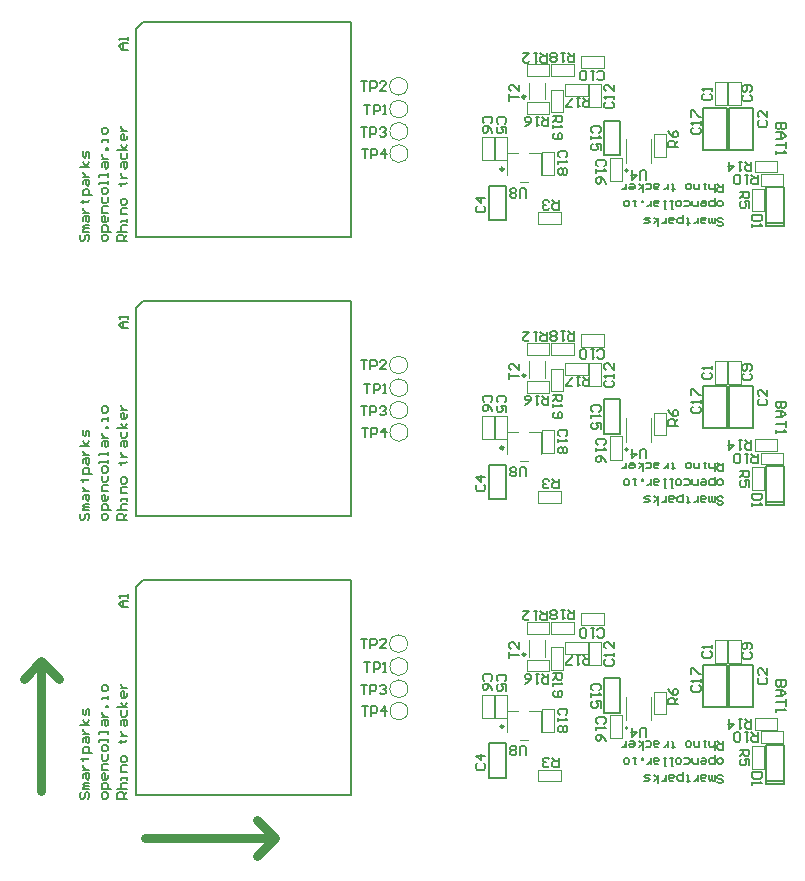
<source format=gto>
G04*
G04 #@! TF.GenerationSoftware,Altium Limited,Altium Designer,19.1.7 (138)*
G04*
G04 Layer_Color=65535*
%FSAX25Y25*%
%MOIN*%
G70*
G01*
G75*
%ADD24C,0.00787*%
%ADD27C,0.00984*%
%ADD31C,0.00591*%
%ADD32C,0.00598*%
%ADD38C,0.02953*%
%ADD63C,0.01000*%
%ADD77C,0.00394*%
D24*
X0321612Y0335397D02*
G03*
X0321612Y0335397I0000435J0000000D01*
G01*
X0281805Y0330316D02*
X0276305D01*
Y0318816D01*
X0281805D02*
X0276305D01*
X0281805Y0330316D02*
Y0318816D01*
X0374457Y0329818D02*
Y0316818D01*
Y0329818D02*
X0368457D01*
Y0316818D01*
X0374457Y0317818D02*
X0368457D01*
X0374457Y0316818D02*
X0368457D01*
X0320033Y0352088D02*
Y0340588D01*
X0314533D01*
Y0352088D02*
Y0340588D01*
X0320033Y0352088D02*
X0314533D01*
X0356236Y0356409D02*
Y0342409D01*
X0364236D02*
X0356236D01*
X0364236Y0356409D02*
Y0342409D01*
Y0356409D02*
X0356236D01*
X0347693D02*
Y0342409D01*
X0355693D02*
X0347693D01*
X0355693Y0356409D02*
Y0342409D01*
Y0356409D02*
X0347693D01*
X0321612Y0242484D02*
G03*
X0321612Y0242484I0000435J0000000D01*
G01*
X0281805Y0237403D02*
X0276305D01*
Y0225903D01*
X0281805D02*
X0276305D01*
X0281805Y0237403D02*
Y0225903D01*
X0374457Y0236905D02*
Y0223905D01*
Y0236905D02*
X0368457D01*
Y0223905D01*
X0374457Y0224905D02*
X0368457D01*
X0374457Y0223905D02*
X0368457D01*
X0320033Y0259175D02*
Y0247675D01*
X0314533D01*
Y0259175D02*
Y0247675D01*
X0320033Y0259175D02*
X0314533D01*
X0356236Y0263495D02*
Y0249496D01*
X0364236D02*
X0356236D01*
X0364236Y0263495D02*
Y0249496D01*
Y0263495D02*
X0356236D01*
X0347693D02*
Y0249496D01*
X0355693D02*
X0347693D01*
X0355693Y0263495D02*
Y0249496D01*
Y0263495D02*
X0347693D01*
X0321612Y0149570D02*
G03*
X0321612Y0149570I0000435J0000000D01*
G01*
X0281805Y0144490D02*
X0276305D01*
Y0132990D01*
X0281805D02*
X0276305D01*
X0281805Y0144490D02*
Y0132990D01*
X0374457Y0143992D02*
Y0130992D01*
Y0143992D02*
X0368457D01*
Y0130992D01*
X0374457Y0131992D02*
X0368457D01*
X0374457Y0130992D02*
X0368457D01*
X0320033Y0166261D02*
Y0154761D01*
X0314533D01*
Y0166261D02*
Y0154761D01*
X0320033Y0166261D02*
X0314533D01*
X0356236Y0170582D02*
Y0156582D01*
X0364236D02*
X0356236D01*
X0364236Y0170582D02*
Y0156582D01*
Y0170582D02*
X0356236D01*
X0347693D02*
Y0156582D01*
X0355693D02*
X0347693D01*
X0355693Y0170582D02*
Y0156582D01*
Y0170582D02*
X0347693D01*
X0158465Y0127362D02*
Y0196654D01*
X0160827Y0199016D01*
X0230118D01*
X0158465Y0127362D02*
X0230118D01*
Y0199016D01*
X0158465Y0220276D02*
Y0289567D01*
X0160827Y0291929D01*
X0230118D01*
X0158465Y0220276D02*
X0230118D01*
Y0291929D01*
X0158465Y0313189D02*
Y0382480D01*
X0160827Y0384843D01*
X0230118D01*
X0158465Y0313189D02*
X0230118D01*
Y0384843D01*
D27*
X0280078Y0335909D02*
G03*
X0280078Y0335909I0000492J0000000D01*
G01*
Y0242996D02*
G03*
X0280078Y0242996I0000492J0000000D01*
G01*
Y0150082D02*
G03*
X0280078Y0150082I0000492J0000000D01*
G01*
D31*
X0352297Y0317444D02*
X0352756Y0316985D01*
X0353675D01*
X0354134Y0317444D01*
Y0317903D01*
X0353675Y0318362D01*
X0352756D01*
X0352297Y0318822D01*
Y0319281D01*
X0352756Y0319740D01*
X0353675D01*
X0354134Y0319281D01*
X0351379Y0319740D02*
Y0317903D01*
X0350920D01*
X0350460Y0318362D01*
Y0319740D01*
Y0318362D01*
X0350001Y0317903D01*
X0349542Y0318362D01*
Y0319740D01*
X0348165Y0317903D02*
X0347246D01*
X0346787Y0318362D01*
Y0319740D01*
X0348165D01*
X0348624Y0319281D01*
X0348165Y0318822D01*
X0346787D01*
X0345869Y0317903D02*
Y0319740D01*
Y0318822D01*
X0345410Y0318362D01*
X0344950Y0317903D01*
X0344491D01*
X0342654Y0317444D02*
Y0317903D01*
X0343114D01*
X0342195D01*
X0342654D01*
Y0319281D01*
X0342195Y0319740D01*
X0340818Y0320658D02*
Y0317903D01*
X0339440D01*
X0338981Y0318362D01*
Y0319281D01*
X0339440Y0319740D01*
X0340818D01*
X0337604Y0317903D02*
X0336685D01*
X0336226Y0318362D01*
Y0319740D01*
X0337604D01*
X0338063Y0319281D01*
X0337604Y0318822D01*
X0336226D01*
X0335308Y0317903D02*
Y0319740D01*
Y0318822D01*
X0334849Y0318362D01*
X0334389Y0317903D01*
X0333930D01*
X0332553Y0319740D02*
Y0316985D01*
Y0318822D02*
X0331175Y0317903D01*
X0332553Y0318822D02*
X0331175Y0319740D01*
X0329798D02*
X0328420D01*
X0327961Y0319281D01*
X0328420Y0318822D01*
X0329339D01*
X0329798Y0318362D01*
X0329339Y0317903D01*
X0327961D01*
X0353675Y0325381D02*
X0352756D01*
X0352297Y0324922D01*
Y0324004D01*
X0352756Y0323545D01*
X0353675D01*
X0354134Y0324004D01*
Y0324922D01*
X0353675Y0325381D01*
X0351379Y0326300D02*
Y0323545D01*
X0350001D01*
X0349542Y0324004D01*
Y0324922D01*
X0350001Y0325381D01*
X0351379D01*
X0347246D02*
X0348165D01*
X0348624Y0324922D01*
Y0324004D01*
X0348165Y0323545D01*
X0347246D01*
X0346787Y0324004D01*
Y0324463D01*
X0348624D01*
X0345869Y0325381D02*
Y0323545D01*
X0344491D01*
X0344032Y0324004D01*
Y0325381D01*
X0341277Y0323545D02*
X0342654D01*
X0343114Y0324004D01*
Y0324922D01*
X0342654Y0325381D01*
X0341277D01*
X0339899D02*
X0338981D01*
X0338522Y0324922D01*
Y0324004D01*
X0338981Y0323545D01*
X0339899D01*
X0340359Y0324004D01*
Y0324922D01*
X0339899Y0325381D01*
X0337604D02*
X0336685D01*
X0337144D01*
Y0322626D01*
X0337604D01*
X0335308Y0325381D02*
X0334389D01*
X0334849D01*
Y0322626D01*
X0335308D01*
X0332553Y0323545D02*
X0331634D01*
X0331175Y0324004D01*
Y0325381D01*
X0332553D01*
X0333012Y0324922D01*
X0332553Y0324463D01*
X0331175D01*
X0330257Y0323545D02*
Y0325381D01*
Y0324463D01*
X0329798Y0324004D01*
X0329339Y0323545D01*
X0328879D01*
X0327502Y0325381D02*
Y0324922D01*
X0327043D01*
Y0325381D01*
X0327502D01*
X0325206D02*
X0324288D01*
X0324747D01*
Y0323545D01*
X0325206D01*
X0322451Y0325381D02*
X0321533D01*
X0321074Y0324922D01*
Y0324004D01*
X0321533Y0323545D01*
X0322451D01*
X0322910Y0324004D01*
Y0324922D01*
X0322451Y0325381D01*
X0354134Y0331023D02*
Y0328268D01*
X0352756D01*
X0352297Y0328727D01*
Y0329646D01*
X0352756Y0330105D01*
X0354134D01*
X0353216D02*
X0352297Y0331023D01*
X0351379Y0328268D02*
Y0331023D01*
Y0329646D01*
X0350920Y0329186D01*
X0350001D01*
X0349542Y0329646D01*
Y0331023D01*
X0348624D02*
X0347705D01*
X0348165D01*
Y0329186D01*
X0348624D01*
X0346328Y0331023D02*
Y0329186D01*
X0344950D01*
X0344491Y0329646D01*
Y0331023D01*
X0343114D02*
X0342195D01*
X0341736Y0330564D01*
Y0329646D01*
X0342195Y0329186D01*
X0343114D01*
X0343573Y0329646D01*
Y0330564D01*
X0343114Y0331023D01*
X0337604Y0328727D02*
Y0329186D01*
X0338063D01*
X0337144D01*
X0337604D01*
Y0330564D01*
X0337144Y0331023D01*
X0335767Y0329186D02*
Y0331023D01*
Y0330105D01*
X0335308Y0329646D01*
X0334849Y0329186D01*
X0334389D01*
X0332553D02*
X0331634D01*
X0331175Y0329646D01*
Y0331023D01*
X0332553D01*
X0333012Y0330564D01*
X0332553Y0330105D01*
X0331175D01*
X0328420Y0329186D02*
X0329798D01*
X0330257Y0329646D01*
Y0330564D01*
X0329798Y0331023D01*
X0328420D01*
X0327502D02*
Y0328268D01*
Y0330105D02*
X0326124Y0329186D01*
X0327502Y0330105D02*
X0326124Y0331023D01*
X0323369D02*
X0324288D01*
X0324747Y0330564D01*
Y0329646D01*
X0324288Y0329186D01*
X0323369D01*
X0322910Y0329646D01*
Y0330105D01*
X0324747D01*
X0321992Y0329186D02*
Y0331023D01*
Y0330105D01*
X0321533Y0329646D01*
X0321074Y0329186D01*
X0320614D01*
X0288504Y0326378D02*
Y0329002D01*
X0287979Y0329527D01*
X0286930D01*
X0286405Y0329002D01*
Y0326378D01*
X0285355Y0326903D02*
X0284830Y0326378D01*
X0283781D01*
X0283256Y0326903D01*
Y0327428D01*
X0283781Y0327953D01*
X0283256Y0328478D01*
Y0329002D01*
X0283781Y0329527D01*
X0284830D01*
X0285355Y0329002D01*
Y0328478D01*
X0284830Y0327953D01*
X0285355Y0327428D01*
Y0326903D01*
X0284830Y0327953D02*
X0283781D01*
X0301836Y0339830D02*
X0302361Y0340354D01*
Y0341404D01*
X0301836Y0341929D01*
X0299737D01*
X0299213Y0341404D01*
Y0340354D01*
X0299737Y0339830D01*
X0299213Y0338780D02*
Y0337731D01*
Y0338255D01*
X0302361D01*
X0301836Y0338780D01*
Y0336156D02*
X0302361Y0335631D01*
Y0334582D01*
X0301836Y0334057D01*
X0301312D01*
X0300787Y0334582D01*
X0300262Y0334057D01*
X0299737D01*
X0299213Y0334582D01*
Y0335631D01*
X0299737Y0336156D01*
X0300262D01*
X0300787Y0335631D01*
X0301312Y0336156D01*
X0301836D01*
X0300787Y0335631D02*
Y0334582D01*
X0344108Y0349697D02*
X0343584Y0349172D01*
Y0348123D01*
X0344108Y0347598D01*
X0346207D01*
X0346732Y0348123D01*
Y0349172D01*
X0346207Y0349697D01*
X0346732Y0350746D02*
Y0351796D01*
Y0351271D01*
X0343584D01*
X0344108Y0350746D01*
X0343584Y0353370D02*
Y0355469D01*
X0344108D01*
X0346207Y0353370D01*
X0346732D01*
X0361156Y0360642D02*
X0360631Y0360117D01*
Y0359068D01*
X0361156Y0358543D01*
X0363255D01*
X0363779Y0359068D01*
Y0360117D01*
X0363255Y0360642D01*
Y0361691D02*
X0363779Y0362216D01*
Y0363266D01*
X0363255Y0363790D01*
X0361156D01*
X0360631Y0363266D01*
Y0362216D01*
X0361156Y0361691D01*
X0361680D01*
X0362205Y0362216D01*
Y0363790D01*
X0363661Y0338425D02*
Y0335276D01*
X0362087D01*
X0361562Y0335801D01*
Y0336850D01*
X0362087Y0337375D01*
X0363661D01*
X0362612D02*
X0361562Y0338425D01*
X0360513D02*
X0359463D01*
X0359988D01*
Y0335276D01*
X0360513Y0335801D01*
X0356315Y0338425D02*
Y0335276D01*
X0357889Y0336850D01*
X0355790D01*
X0365787Y0333976D02*
Y0330827D01*
X0364213D01*
X0363688Y0331352D01*
Y0332402D01*
X0364213Y0332926D01*
X0365787D01*
X0364738D02*
X0363688Y0333976D01*
X0362639D02*
X0361589D01*
X0362114D01*
Y0330827D01*
X0362639Y0331352D01*
X0360015D02*
X0359490Y0330827D01*
X0358441D01*
X0357916Y0331352D01*
Y0333451D01*
X0358441Y0333976D01*
X0359490D01*
X0360015Y0333451D01*
Y0331352D01*
X0272337Y0323634D02*
X0271812Y0323109D01*
Y0322060D01*
X0272337Y0321535D01*
X0274436D01*
X0274961Y0322060D01*
Y0323109D01*
X0274436Y0323634D01*
X0274961Y0326258D02*
X0271812D01*
X0273386Y0324683D01*
Y0326783D01*
X0375038Y0351299D02*
X0371890D01*
Y0349724D01*
X0372414Y0349200D01*
X0372939D01*
X0373464Y0349724D01*
Y0351299D01*
Y0349724D01*
X0373989Y0349200D01*
X0374514D01*
X0375038Y0349724D01*
Y0351299D01*
X0371890Y0348150D02*
X0373989D01*
X0375038Y0347101D01*
X0373989Y0346051D01*
X0371890D01*
X0373464D01*
Y0348150D01*
X0375038Y0345002D02*
Y0342902D01*
Y0343952D01*
X0371890D01*
Y0341853D02*
Y0340803D01*
Y0341328D01*
X0375038D01*
X0374514Y0341853D01*
X0328661Y0332402D02*
Y0335026D01*
X0328137Y0335551D01*
X0327087D01*
X0326562Y0335026D01*
Y0332402D01*
X0323938Y0335551D02*
Y0332402D01*
X0325513Y0333976D01*
X0323414D01*
X0339173Y0343346D02*
X0336025D01*
Y0344920D01*
X0336549Y0345445D01*
X0337599D01*
X0338124Y0344920D01*
Y0343346D01*
Y0344395D02*
X0339173Y0345445D01*
X0336025Y0348594D02*
X0336549Y0347544D01*
X0337599Y0346495D01*
X0338648D01*
X0339173Y0347019D01*
Y0348069D01*
X0338648Y0348594D01*
X0338124D01*
X0337599Y0348069D01*
Y0346495D01*
X0359842Y0328267D02*
X0362991D01*
Y0326693D01*
X0362466Y0326168D01*
X0361417D01*
X0360892Y0326693D01*
Y0328267D01*
Y0327218D02*
X0359842Y0326168D01*
X0362991Y0323020D02*
Y0325119D01*
X0361417D01*
X0361942Y0324069D01*
Y0323544D01*
X0361417Y0323020D01*
X0360367D01*
X0359842Y0323544D01*
Y0324594D01*
X0360367Y0325119D01*
X0299409Y0325551D02*
Y0322402D01*
X0297835D01*
X0297310Y0322927D01*
Y0323976D01*
X0297835Y0324501D01*
X0299409D01*
X0298360D02*
X0297310Y0325551D01*
X0296261Y0322927D02*
X0295736Y0322402D01*
X0294687D01*
X0294162Y0322927D01*
Y0323452D01*
X0294687Y0323976D01*
X0295211D01*
X0294687D01*
X0294162Y0324501D01*
Y0325026D01*
X0294687Y0325551D01*
X0295736D01*
X0296261Y0325026D01*
X0367046Y0320669D02*
X0363898D01*
Y0319094D01*
X0364422Y0318570D01*
X0366521D01*
X0367046Y0319094D01*
Y0320669D01*
X0363898Y0317520D02*
Y0316471D01*
Y0316995D01*
X0367046D01*
X0366521Y0317520D01*
X0314592Y0336877D02*
X0315117Y0337402D01*
Y0338451D01*
X0314592Y0338976D01*
X0312493D01*
X0311968Y0338451D01*
Y0337402D01*
X0312493Y0336877D01*
X0311968Y0335827D02*
Y0334778D01*
Y0335302D01*
X0315117D01*
X0314592Y0335827D01*
X0315117Y0331104D02*
X0314592Y0332154D01*
X0313543Y0333203D01*
X0312493D01*
X0311968Y0332679D01*
Y0331629D01*
X0312493Y0331104D01*
X0313018D01*
X0313543Y0331629D01*
Y0333203D01*
X0312978Y0348019D02*
X0313503Y0348543D01*
Y0349593D01*
X0312978Y0350118D01*
X0310879D01*
X0310354Y0349593D01*
Y0348543D01*
X0310879Y0348019D01*
X0310354Y0346969D02*
Y0345919D01*
Y0346444D01*
X0313503D01*
X0312978Y0346969D01*
X0313503Y0342246D02*
Y0344345D01*
X0311929D01*
X0312453Y0343296D01*
Y0342771D01*
X0311929Y0342246D01*
X0310879D01*
X0310354Y0342771D01*
Y0343820D01*
X0310879Y0344345D01*
X0312310Y0366116D02*
X0312835Y0365591D01*
X0313885D01*
X0314409Y0366116D01*
Y0368215D01*
X0313885Y0368740D01*
X0312835D01*
X0312310Y0368215D01*
X0311261Y0368740D02*
X0310211D01*
X0310736D01*
Y0365591D01*
X0311261Y0366116D01*
X0308637D02*
X0308112Y0365591D01*
X0307063D01*
X0306538Y0366116D01*
Y0368215D01*
X0307063Y0368740D01*
X0308112D01*
X0308637Y0368215D01*
Y0366116D01*
X0276758Y0351247D02*
X0277282Y0351772D01*
Y0352821D01*
X0276758Y0353346D01*
X0274659D01*
X0274134Y0352821D01*
Y0351772D01*
X0274659Y0351247D01*
X0277282Y0348098D02*
X0276758Y0349148D01*
X0275708Y0350197D01*
X0274659D01*
X0274134Y0349673D01*
Y0348623D01*
X0274659Y0348098D01*
X0275183D01*
X0275708Y0348623D01*
Y0350197D01*
X0281403Y0351050D02*
X0281928Y0351575D01*
Y0352624D01*
X0281403Y0353149D01*
X0279304D01*
X0278779Y0352624D01*
Y0351575D01*
X0279304Y0351050D01*
X0281928Y0347901D02*
Y0350001D01*
X0280354D01*
X0280878Y0348951D01*
Y0348426D01*
X0280354Y0347901D01*
X0279304D01*
X0278779Y0348426D01*
Y0349476D01*
X0279304Y0350001D01*
X0366274Y0352138D02*
X0365749Y0351613D01*
Y0350564D01*
X0366274Y0350039D01*
X0368373D01*
X0368898Y0350564D01*
Y0351613D01*
X0368373Y0352138D01*
X0368898Y0355287D02*
Y0353187D01*
X0366798Y0355287D01*
X0366274D01*
X0365749Y0354762D01*
Y0353712D01*
X0366274Y0353187D01*
X0347809Y0360996D02*
X0347284Y0360471D01*
Y0359422D01*
X0347809Y0358897D01*
X0349908D01*
X0350433Y0359422D01*
Y0360471D01*
X0349908Y0360996D01*
X0350433Y0362046D02*
Y0363095D01*
Y0362571D01*
X0347284D01*
X0347809Y0362046D01*
X0352297Y0224531D02*
X0352756Y0224071D01*
X0353675D01*
X0354134Y0224531D01*
Y0224990D01*
X0353675Y0225449D01*
X0352756D01*
X0352297Y0225908D01*
Y0226367D01*
X0352756Y0226826D01*
X0353675D01*
X0354134Y0226367D01*
X0351379Y0226826D02*
Y0224990D01*
X0350920D01*
X0350460Y0225449D01*
Y0226826D01*
Y0225449D01*
X0350001Y0224990D01*
X0349542Y0225449D01*
Y0226826D01*
X0348165Y0224990D02*
X0347246D01*
X0346787Y0225449D01*
Y0226826D01*
X0348165D01*
X0348624Y0226367D01*
X0348165Y0225908D01*
X0346787D01*
X0345869Y0224990D02*
Y0226826D01*
Y0225908D01*
X0345410Y0225449D01*
X0344950Y0224990D01*
X0344491D01*
X0342654Y0224531D02*
Y0224990D01*
X0343114D01*
X0342195D01*
X0342654D01*
Y0226367D01*
X0342195Y0226826D01*
X0340818Y0227745D02*
Y0224990D01*
X0339440D01*
X0338981Y0225449D01*
Y0226367D01*
X0339440Y0226826D01*
X0340818D01*
X0337604Y0224990D02*
X0336685D01*
X0336226Y0225449D01*
Y0226826D01*
X0337604D01*
X0338063Y0226367D01*
X0337604Y0225908D01*
X0336226D01*
X0335308Y0224990D02*
Y0226826D01*
Y0225908D01*
X0334849Y0225449D01*
X0334389Y0224990D01*
X0333930D01*
X0332553Y0226826D02*
Y0224071D01*
Y0225908D02*
X0331175Y0224990D01*
X0332553Y0225908D02*
X0331175Y0226826D01*
X0329798D02*
X0328420D01*
X0327961Y0226367D01*
X0328420Y0225908D01*
X0329339D01*
X0329798Y0225449D01*
X0329339Y0224990D01*
X0327961D01*
X0353675Y0232468D02*
X0352756D01*
X0352297Y0232009D01*
Y0231090D01*
X0352756Y0230631D01*
X0353675D01*
X0354134Y0231090D01*
Y0232009D01*
X0353675Y0232468D01*
X0351379Y0233386D02*
Y0230631D01*
X0350001D01*
X0349542Y0231090D01*
Y0232009D01*
X0350001Y0232468D01*
X0351379D01*
X0347246D02*
X0348165D01*
X0348624Y0232009D01*
Y0231090D01*
X0348165Y0230631D01*
X0347246D01*
X0346787Y0231090D01*
Y0231550D01*
X0348624D01*
X0345869Y0232468D02*
Y0230631D01*
X0344491D01*
X0344032Y0231090D01*
Y0232468D01*
X0341277Y0230631D02*
X0342654D01*
X0343114Y0231090D01*
Y0232009D01*
X0342654Y0232468D01*
X0341277D01*
X0339899D02*
X0338981D01*
X0338522Y0232009D01*
Y0231090D01*
X0338981Y0230631D01*
X0339899D01*
X0340359Y0231090D01*
Y0232009D01*
X0339899Y0232468D01*
X0337604D02*
X0336685D01*
X0337144D01*
Y0229713D01*
X0337604D01*
X0335308Y0232468D02*
X0334389D01*
X0334849D01*
Y0229713D01*
X0335308D01*
X0332553Y0230631D02*
X0331634D01*
X0331175Y0231090D01*
Y0232468D01*
X0332553D01*
X0333012Y0232009D01*
X0332553Y0231550D01*
X0331175D01*
X0330257Y0230631D02*
Y0232468D01*
Y0231550D01*
X0329798Y0231090D01*
X0329339Y0230631D01*
X0328879D01*
X0327502Y0232468D02*
Y0232009D01*
X0327043D01*
Y0232468D01*
X0327502D01*
X0325206D02*
X0324288D01*
X0324747D01*
Y0230631D01*
X0325206D01*
X0322451Y0232468D02*
X0321533D01*
X0321074Y0232009D01*
Y0231090D01*
X0321533Y0230631D01*
X0322451D01*
X0322910Y0231090D01*
Y0232009D01*
X0322451Y0232468D01*
X0354134Y0238110D02*
Y0235355D01*
X0352756D01*
X0352297Y0235814D01*
Y0236732D01*
X0352756Y0237191D01*
X0354134D01*
X0353216D02*
X0352297Y0238110D01*
X0351379Y0235355D02*
Y0238110D01*
Y0236732D01*
X0350920Y0236273D01*
X0350001D01*
X0349542Y0236732D01*
Y0238110D01*
X0348624D02*
X0347705D01*
X0348165D01*
Y0236273D01*
X0348624D01*
X0346328Y0238110D02*
Y0236273D01*
X0344950D01*
X0344491Y0236732D01*
Y0238110D01*
X0343114D02*
X0342195D01*
X0341736Y0237650D01*
Y0236732D01*
X0342195Y0236273D01*
X0343114D01*
X0343573Y0236732D01*
Y0237650D01*
X0343114Y0238110D01*
X0337604Y0235814D02*
Y0236273D01*
X0338063D01*
X0337144D01*
X0337604D01*
Y0237650D01*
X0337144Y0238110D01*
X0335767Y0236273D02*
Y0238110D01*
Y0237191D01*
X0335308Y0236732D01*
X0334849Y0236273D01*
X0334389D01*
X0332553D02*
X0331634D01*
X0331175Y0236732D01*
Y0238110D01*
X0332553D01*
X0333012Y0237650D01*
X0332553Y0237191D01*
X0331175D01*
X0328420Y0236273D02*
X0329798D01*
X0330257Y0236732D01*
Y0237650D01*
X0329798Y0238110D01*
X0328420D01*
X0327502D02*
Y0235355D01*
Y0237191D02*
X0326124Y0236273D01*
X0327502Y0237191D02*
X0326124Y0238110D01*
X0323369D02*
X0324288D01*
X0324747Y0237650D01*
Y0236732D01*
X0324288Y0236273D01*
X0323369D01*
X0322910Y0236732D01*
Y0237191D01*
X0324747D01*
X0321992Y0236273D02*
Y0238110D01*
Y0237191D01*
X0321533Y0236732D01*
X0321074Y0236273D01*
X0320614D01*
X0288504Y0233465D02*
Y0236089D01*
X0287979Y0236614D01*
X0286930D01*
X0286405Y0236089D01*
Y0233465D01*
X0285355Y0233990D02*
X0284830Y0233465D01*
X0283781D01*
X0283256Y0233990D01*
Y0234515D01*
X0283781Y0235039D01*
X0283256Y0235564D01*
Y0236089D01*
X0283781Y0236614D01*
X0284830D01*
X0285355Y0236089D01*
Y0235564D01*
X0284830Y0235039D01*
X0285355Y0234515D01*
Y0233990D01*
X0284830Y0235039D02*
X0283781D01*
X0301836Y0246916D02*
X0302361Y0247441D01*
Y0248490D01*
X0301836Y0249015D01*
X0299737D01*
X0299213Y0248490D01*
Y0247441D01*
X0299737Y0246916D01*
X0299213Y0245867D02*
Y0244817D01*
Y0245342D01*
X0302361D01*
X0301836Y0245867D01*
Y0243243D02*
X0302361Y0242718D01*
Y0241669D01*
X0301836Y0241144D01*
X0301312D01*
X0300787Y0241669D01*
X0300262Y0241144D01*
X0299737D01*
X0299213Y0241669D01*
Y0242718D01*
X0299737Y0243243D01*
X0300262D01*
X0300787Y0242718D01*
X0301312Y0243243D01*
X0301836D01*
X0300787Y0242718D02*
Y0241669D01*
X0344108Y0256784D02*
X0343584Y0256259D01*
Y0255209D01*
X0344108Y0254684D01*
X0346207D01*
X0346732Y0255209D01*
Y0256259D01*
X0346207Y0256784D01*
X0346732Y0257833D02*
Y0258883D01*
Y0258358D01*
X0343584D01*
X0344108Y0257833D01*
X0343584Y0260457D02*
Y0262556D01*
X0344108D01*
X0346207Y0260457D01*
X0346732D01*
X0361156Y0267728D02*
X0360631Y0267204D01*
Y0266154D01*
X0361156Y0265629D01*
X0363255D01*
X0363779Y0266154D01*
Y0267204D01*
X0363255Y0267728D01*
Y0268778D02*
X0363779Y0269303D01*
Y0270352D01*
X0363255Y0270877D01*
X0361156D01*
X0360631Y0270352D01*
Y0269303D01*
X0361156Y0268778D01*
X0361680D01*
X0362205Y0269303D01*
Y0270877D01*
X0363661Y0245511D02*
Y0242363D01*
X0362087D01*
X0361562Y0242887D01*
Y0243937D01*
X0362087Y0244462D01*
X0363661D01*
X0362612D02*
X0361562Y0245511D01*
X0360513D02*
X0359463D01*
X0359988D01*
Y0242363D01*
X0360513Y0242887D01*
X0356315Y0245511D02*
Y0242363D01*
X0357889Y0243937D01*
X0355790D01*
X0365787Y0241062D02*
Y0237914D01*
X0364213D01*
X0363688Y0238439D01*
Y0239488D01*
X0364213Y0240013D01*
X0365787D01*
X0364738D02*
X0363688Y0241062D01*
X0362639D02*
X0361589D01*
X0362114D01*
Y0237914D01*
X0362639Y0238439D01*
X0360015D02*
X0359490Y0237914D01*
X0358441D01*
X0357916Y0238439D01*
Y0240538D01*
X0358441Y0241062D01*
X0359490D01*
X0360015Y0240538D01*
Y0238439D01*
X0272337Y0230721D02*
X0271812Y0230196D01*
Y0229146D01*
X0272337Y0228622D01*
X0274436D01*
X0274961Y0229146D01*
Y0230196D01*
X0274436Y0230721D01*
X0274961Y0233344D02*
X0271812D01*
X0273386Y0231770D01*
Y0233869D01*
X0375038Y0258385D02*
X0371890D01*
Y0256811D01*
X0372414Y0256286D01*
X0372939D01*
X0373464Y0256811D01*
Y0258385D01*
Y0256811D01*
X0373989Y0256286D01*
X0374514D01*
X0375038Y0256811D01*
Y0258385D01*
X0371890Y0255237D02*
X0373989D01*
X0375038Y0254187D01*
X0373989Y0253138D01*
X0371890D01*
X0373464D01*
Y0255237D01*
X0375038Y0252088D02*
Y0249989D01*
Y0251039D01*
X0371890D01*
Y0248939D02*
Y0247890D01*
Y0248415D01*
X0375038D01*
X0374514Y0248939D01*
X0328661Y0239489D02*
Y0242112D01*
X0328137Y0242637D01*
X0327087D01*
X0326562Y0242112D01*
Y0239489D01*
X0323938Y0242637D02*
Y0239489D01*
X0325513Y0241063D01*
X0323414D01*
X0339173Y0250432D02*
X0336025D01*
Y0252007D01*
X0336549Y0252532D01*
X0337599D01*
X0338124Y0252007D01*
Y0250432D01*
Y0251482D02*
X0339173Y0252532D01*
X0336025Y0255680D02*
X0336549Y0254631D01*
X0337599Y0253581D01*
X0338648D01*
X0339173Y0254106D01*
Y0255155D01*
X0338648Y0255680D01*
X0338124D01*
X0337599Y0255155D01*
Y0253581D01*
X0359842Y0235354D02*
X0362991D01*
Y0233780D01*
X0362466Y0233255D01*
X0361417D01*
X0360892Y0233780D01*
Y0235354D01*
Y0234304D02*
X0359842Y0233255D01*
X0362991Y0230106D02*
Y0232205D01*
X0361417D01*
X0361942Y0231156D01*
Y0230631D01*
X0361417Y0230106D01*
X0360367D01*
X0359842Y0230631D01*
Y0231680D01*
X0360367Y0232205D01*
X0299409Y0232637D02*
Y0229489D01*
X0297835D01*
X0297310Y0230013D01*
Y0231063D01*
X0297835Y0231588D01*
X0299409D01*
X0298360D02*
X0297310Y0232637D01*
X0296261Y0230013D02*
X0295736Y0229489D01*
X0294687D01*
X0294162Y0230013D01*
Y0230538D01*
X0294687Y0231063D01*
X0295211D01*
X0294687D01*
X0294162Y0231588D01*
Y0232113D01*
X0294687Y0232637D01*
X0295736D01*
X0296261Y0232113D01*
X0367046Y0227755D02*
X0363898D01*
Y0226181D01*
X0364422Y0225656D01*
X0366521D01*
X0367046Y0226181D01*
Y0227755D01*
X0363898Y0224607D02*
Y0223557D01*
Y0224082D01*
X0367046D01*
X0366521Y0224607D01*
X0314592Y0243963D02*
X0315117Y0244488D01*
Y0245538D01*
X0314592Y0246062D01*
X0312493D01*
X0311968Y0245538D01*
Y0244488D01*
X0312493Y0243963D01*
X0311968Y0242914D02*
Y0241864D01*
Y0242389D01*
X0315117D01*
X0314592Y0242914D01*
X0315117Y0238191D02*
X0314592Y0239241D01*
X0313543Y0240290D01*
X0312493D01*
X0311968Y0239765D01*
Y0238716D01*
X0312493Y0238191D01*
X0313018D01*
X0313543Y0238716D01*
Y0240290D01*
X0312978Y0255105D02*
X0313503Y0255630D01*
Y0256679D01*
X0312978Y0257204D01*
X0310879D01*
X0310354Y0256679D01*
Y0255630D01*
X0310879Y0255105D01*
X0310354Y0254056D02*
Y0253006D01*
Y0253531D01*
X0313503D01*
X0312978Y0254056D01*
X0313503Y0249333D02*
Y0251432D01*
X0311929D01*
X0312453Y0250382D01*
Y0249857D01*
X0311929Y0249333D01*
X0310879D01*
X0310354Y0249857D01*
Y0250907D01*
X0310879Y0251432D01*
X0312310Y0273202D02*
X0312835Y0272678D01*
X0313885D01*
X0314409Y0273202D01*
Y0275302D01*
X0313885Y0275826D01*
X0312835D01*
X0312310Y0275302D01*
X0311261Y0275826D02*
X0310211D01*
X0310736D01*
Y0272678D01*
X0311261Y0273202D01*
X0308637D02*
X0308112Y0272678D01*
X0307063D01*
X0306538Y0273202D01*
Y0275302D01*
X0307063Y0275826D01*
X0308112D01*
X0308637Y0275302D01*
Y0273202D01*
X0276758Y0258333D02*
X0277282Y0258858D01*
Y0259908D01*
X0276758Y0260433D01*
X0274659D01*
X0274134Y0259908D01*
Y0258858D01*
X0274659Y0258333D01*
X0277282Y0255185D02*
X0276758Y0256234D01*
X0275708Y0257284D01*
X0274659D01*
X0274134Y0256759D01*
Y0255710D01*
X0274659Y0255185D01*
X0275183D01*
X0275708Y0255710D01*
Y0257284D01*
X0281403Y0258137D02*
X0281928Y0258661D01*
Y0259711D01*
X0281403Y0260236D01*
X0279304D01*
X0278779Y0259711D01*
Y0258661D01*
X0279304Y0258137D01*
X0281928Y0254988D02*
Y0257087D01*
X0280354D01*
X0280878Y0256038D01*
Y0255513D01*
X0280354Y0254988D01*
X0279304D01*
X0278779Y0255513D01*
Y0256562D01*
X0279304Y0257087D01*
X0366274Y0259225D02*
X0365749Y0258700D01*
Y0257650D01*
X0366274Y0257125D01*
X0368373D01*
X0368898Y0257650D01*
Y0258700D01*
X0368373Y0259225D01*
X0368898Y0262373D02*
Y0260274D01*
X0366798Y0262373D01*
X0366274D01*
X0365749Y0261848D01*
Y0260799D01*
X0366274Y0260274D01*
X0347809Y0268083D02*
X0347284Y0267558D01*
Y0266509D01*
X0347809Y0265984D01*
X0349908D01*
X0350433Y0266509D01*
Y0267558D01*
X0349908Y0268083D01*
X0350433Y0269132D02*
Y0270182D01*
Y0269657D01*
X0347284D01*
X0347809Y0269132D01*
X0352297Y0131617D02*
X0352756Y0131158D01*
X0353675D01*
X0354134Y0131617D01*
Y0132076D01*
X0353675Y0132536D01*
X0352756D01*
X0352297Y0132995D01*
Y0133454D01*
X0352756Y0133913D01*
X0353675D01*
X0354134Y0133454D01*
X0351379Y0133913D02*
Y0132076D01*
X0350920D01*
X0350460Y0132536D01*
Y0133913D01*
Y0132536D01*
X0350001Y0132076D01*
X0349542Y0132536D01*
Y0133913D01*
X0348165Y0132076D02*
X0347246D01*
X0346787Y0132536D01*
Y0133913D01*
X0348165D01*
X0348624Y0133454D01*
X0348165Y0132995D01*
X0346787D01*
X0345869Y0132076D02*
Y0133913D01*
Y0132995D01*
X0345410Y0132536D01*
X0344950Y0132076D01*
X0344491D01*
X0342654Y0131617D02*
Y0132076D01*
X0343114D01*
X0342195D01*
X0342654D01*
Y0133454D01*
X0342195Y0133913D01*
X0340818Y0134831D02*
Y0132076D01*
X0339440D01*
X0338981Y0132536D01*
Y0133454D01*
X0339440Y0133913D01*
X0340818D01*
X0337604Y0132076D02*
X0336685D01*
X0336226Y0132536D01*
Y0133913D01*
X0337604D01*
X0338063Y0133454D01*
X0337604Y0132995D01*
X0336226D01*
X0335308Y0132076D02*
Y0133913D01*
Y0132995D01*
X0334849Y0132536D01*
X0334389Y0132076D01*
X0333930D01*
X0332553Y0133913D02*
Y0131158D01*
Y0132995D02*
X0331175Y0132076D01*
X0332553Y0132995D02*
X0331175Y0133913D01*
X0329798D02*
X0328420D01*
X0327961Y0133454D01*
X0328420Y0132995D01*
X0329339D01*
X0329798Y0132536D01*
X0329339Y0132076D01*
X0327961D01*
X0353675Y0139555D02*
X0352756D01*
X0352297Y0139095D01*
Y0138177D01*
X0352756Y0137718D01*
X0353675D01*
X0354134Y0138177D01*
Y0139095D01*
X0353675Y0139555D01*
X0351379Y0140473D02*
Y0137718D01*
X0350001D01*
X0349542Y0138177D01*
Y0139095D01*
X0350001Y0139555D01*
X0351379D01*
X0347246D02*
X0348165D01*
X0348624Y0139095D01*
Y0138177D01*
X0348165Y0137718D01*
X0347246D01*
X0346787Y0138177D01*
Y0138636D01*
X0348624D01*
X0345869Y0139555D02*
Y0137718D01*
X0344491D01*
X0344032Y0138177D01*
Y0139555D01*
X0341277Y0137718D02*
X0342654D01*
X0343114Y0138177D01*
Y0139095D01*
X0342654Y0139555D01*
X0341277D01*
X0339899D02*
X0338981D01*
X0338522Y0139095D01*
Y0138177D01*
X0338981Y0137718D01*
X0339899D01*
X0340359Y0138177D01*
Y0139095D01*
X0339899Y0139555D01*
X0337604D02*
X0336685D01*
X0337144D01*
Y0136800D01*
X0337604D01*
X0335308Y0139555D02*
X0334389D01*
X0334849D01*
Y0136800D01*
X0335308D01*
X0332553Y0137718D02*
X0331634D01*
X0331175Y0138177D01*
Y0139555D01*
X0332553D01*
X0333012Y0139095D01*
X0332553Y0138636D01*
X0331175D01*
X0330257Y0137718D02*
Y0139555D01*
Y0138636D01*
X0329798Y0138177D01*
X0329339Y0137718D01*
X0328879D01*
X0327502Y0139555D02*
Y0139095D01*
X0327043D01*
Y0139555D01*
X0327502D01*
X0325206D02*
X0324288D01*
X0324747D01*
Y0137718D01*
X0325206D01*
X0322451Y0139555D02*
X0321533D01*
X0321074Y0139095D01*
Y0138177D01*
X0321533Y0137718D01*
X0322451D01*
X0322910Y0138177D01*
Y0139095D01*
X0322451Y0139555D01*
X0354134Y0145196D02*
Y0142441D01*
X0352756D01*
X0352297Y0142901D01*
Y0143819D01*
X0352756Y0144278D01*
X0354134D01*
X0353216D02*
X0352297Y0145196D01*
X0351379Y0142441D02*
Y0145196D01*
Y0143819D01*
X0350920Y0143360D01*
X0350001D01*
X0349542Y0143819D01*
Y0145196D01*
X0348624D02*
X0347705D01*
X0348165D01*
Y0143360D01*
X0348624D01*
X0346328Y0145196D02*
Y0143360D01*
X0344950D01*
X0344491Y0143819D01*
Y0145196D01*
X0343114D02*
X0342195D01*
X0341736Y0144737D01*
Y0143819D01*
X0342195Y0143360D01*
X0343114D01*
X0343573Y0143819D01*
Y0144737D01*
X0343114Y0145196D01*
X0337604Y0142901D02*
Y0143360D01*
X0338063D01*
X0337144D01*
X0337604D01*
Y0144737D01*
X0337144Y0145196D01*
X0335767Y0143360D02*
Y0145196D01*
Y0144278D01*
X0335308Y0143819D01*
X0334849Y0143360D01*
X0334389D01*
X0332553D02*
X0331634D01*
X0331175Y0143819D01*
Y0145196D01*
X0332553D01*
X0333012Y0144737D01*
X0332553Y0144278D01*
X0331175D01*
X0328420Y0143360D02*
X0329798D01*
X0330257Y0143819D01*
Y0144737D01*
X0329798Y0145196D01*
X0328420D01*
X0327502D02*
Y0142441D01*
Y0144278D02*
X0326124Y0143360D01*
X0327502Y0144278D02*
X0326124Y0145196D01*
X0323369D02*
X0324288D01*
X0324747Y0144737D01*
Y0143819D01*
X0324288Y0143360D01*
X0323369D01*
X0322910Y0143819D01*
Y0144278D01*
X0324747D01*
X0321992Y0143360D02*
Y0145196D01*
Y0144278D01*
X0321533Y0143819D01*
X0321074Y0143360D01*
X0320614D01*
X0288504Y0140552D02*
Y0143175D01*
X0287979Y0143700D01*
X0286930D01*
X0286405Y0143175D01*
Y0140552D01*
X0285355Y0141076D02*
X0284830Y0140552D01*
X0283781D01*
X0283256Y0141076D01*
Y0141601D01*
X0283781Y0142126D01*
X0283256Y0142651D01*
Y0143175D01*
X0283781Y0143700D01*
X0284830D01*
X0285355Y0143175D01*
Y0142651D01*
X0284830Y0142126D01*
X0285355Y0141601D01*
Y0141076D01*
X0284830Y0142126D02*
X0283781D01*
X0301836Y0154003D02*
X0302361Y0154527D01*
Y0155577D01*
X0301836Y0156102D01*
X0299737D01*
X0299213Y0155577D01*
Y0154527D01*
X0299737Y0154003D01*
X0299213Y0152953D02*
Y0151904D01*
Y0152428D01*
X0302361D01*
X0301836Y0152953D01*
Y0150329D02*
X0302361Y0149805D01*
Y0148755D01*
X0301836Y0148230D01*
X0301312D01*
X0300787Y0148755D01*
X0300262Y0148230D01*
X0299737D01*
X0299213Y0148755D01*
Y0149805D01*
X0299737Y0150329D01*
X0300262D01*
X0300787Y0149805D01*
X0301312Y0150329D01*
X0301836D01*
X0300787Y0149805D02*
Y0148755D01*
X0344108Y0163870D02*
X0343584Y0163345D01*
Y0162296D01*
X0344108Y0161771D01*
X0346207D01*
X0346732Y0162296D01*
Y0163345D01*
X0346207Y0163870D01*
X0346732Y0164920D02*
Y0165969D01*
Y0165445D01*
X0343584D01*
X0344108Y0164920D01*
X0343584Y0167543D02*
Y0169643D01*
X0344108D01*
X0346207Y0167543D01*
X0346732D01*
X0361156Y0174815D02*
X0360631Y0174290D01*
Y0173241D01*
X0361156Y0172716D01*
X0363255D01*
X0363779Y0173241D01*
Y0174290D01*
X0363255Y0174815D01*
Y0175865D02*
X0363779Y0176389D01*
Y0177439D01*
X0363255Y0177964D01*
X0361156D01*
X0360631Y0177439D01*
Y0176389D01*
X0361156Y0175865D01*
X0361680D01*
X0362205Y0176389D01*
Y0177964D01*
X0363661Y0152598D02*
Y0149449D01*
X0362087D01*
X0361562Y0149974D01*
Y0151024D01*
X0362087Y0151548D01*
X0363661D01*
X0362612D02*
X0361562Y0152598D01*
X0360513D02*
X0359463D01*
X0359988D01*
Y0149449D01*
X0360513Y0149974D01*
X0356315Y0152598D02*
Y0149449D01*
X0357889Y0151024D01*
X0355790D01*
X0365787Y0148149D02*
Y0145001D01*
X0364213D01*
X0363688Y0145525D01*
Y0146575D01*
X0364213Y0147099D01*
X0365787D01*
X0364738D02*
X0363688Y0148149D01*
X0362639D02*
X0361589D01*
X0362114D01*
Y0145001D01*
X0362639Y0145525D01*
X0360015D02*
X0359490Y0145001D01*
X0358441D01*
X0357916Y0145525D01*
Y0147624D01*
X0358441Y0148149D01*
X0359490D01*
X0360015Y0147624D01*
Y0145525D01*
X0272337Y0137807D02*
X0271812Y0137282D01*
Y0136233D01*
X0272337Y0135708D01*
X0274436D01*
X0274961Y0136233D01*
Y0137282D01*
X0274436Y0137807D01*
X0274961Y0140431D02*
X0271812D01*
X0273386Y0138857D01*
Y0140956D01*
X0375038Y0165472D02*
X0371890D01*
Y0163898D01*
X0372414Y0163373D01*
X0372939D01*
X0373464Y0163898D01*
Y0165472D01*
Y0163898D01*
X0373989Y0163373D01*
X0374514D01*
X0375038Y0163898D01*
Y0165472D01*
X0371890Y0162323D02*
X0373989D01*
X0375038Y0161274D01*
X0373989Y0160224D01*
X0371890D01*
X0373464D01*
Y0162323D01*
X0375038Y0159175D02*
Y0157076D01*
Y0158125D01*
X0371890D01*
Y0156026D02*
Y0154977D01*
Y0155501D01*
X0375038D01*
X0374514Y0156026D01*
X0328661Y0146575D02*
Y0149199D01*
X0328137Y0149724D01*
X0327087D01*
X0326562Y0149199D01*
Y0146575D01*
X0323938Y0149724D02*
Y0146575D01*
X0325513Y0148150D01*
X0323414D01*
X0339173Y0157519D02*
X0336025D01*
Y0159093D01*
X0336549Y0159618D01*
X0337599D01*
X0338124Y0159093D01*
Y0157519D01*
Y0158569D02*
X0339173Y0159618D01*
X0336025Y0162767D02*
X0336549Y0161717D01*
X0337599Y0160668D01*
X0338648D01*
X0339173Y0161193D01*
Y0162242D01*
X0338648Y0162767D01*
X0338124D01*
X0337599Y0162242D01*
Y0160668D01*
X0359842Y0142440D02*
X0362991D01*
Y0140866D01*
X0362466Y0140341D01*
X0361417D01*
X0360892Y0140866D01*
Y0142440D01*
Y0141391D02*
X0359842Y0140341D01*
X0362991Y0137193D02*
Y0139292D01*
X0361417D01*
X0361942Y0138242D01*
Y0137717D01*
X0361417Y0137193D01*
X0360367D01*
X0359842Y0137717D01*
Y0138767D01*
X0360367Y0139292D01*
X0299409Y0139724D02*
Y0136575D01*
X0297835D01*
X0297310Y0137100D01*
Y0138149D01*
X0297835Y0138674D01*
X0299409D01*
X0298360D02*
X0297310Y0139724D01*
X0296261Y0137100D02*
X0295736Y0136575D01*
X0294687D01*
X0294162Y0137100D01*
Y0137625D01*
X0294687Y0138149D01*
X0295211D01*
X0294687D01*
X0294162Y0138674D01*
Y0139199D01*
X0294687Y0139724D01*
X0295736D01*
X0296261Y0139199D01*
X0367046Y0134842D02*
X0363898D01*
Y0133268D01*
X0364422Y0132743D01*
X0366521D01*
X0367046Y0133268D01*
Y0134842D01*
X0363898Y0131693D02*
Y0130644D01*
Y0131169D01*
X0367046D01*
X0366521Y0131693D01*
X0314592Y0151050D02*
X0315117Y0151575D01*
Y0152624D01*
X0314592Y0153149D01*
X0312493D01*
X0311968Y0152624D01*
Y0151575D01*
X0312493Y0151050D01*
X0311968Y0150001D02*
Y0148951D01*
Y0149476D01*
X0315117D01*
X0314592Y0150001D01*
X0315117Y0145278D02*
X0314592Y0146327D01*
X0313543Y0147377D01*
X0312493D01*
X0311968Y0146852D01*
Y0145802D01*
X0312493Y0145278D01*
X0313018D01*
X0313543Y0145802D01*
Y0147377D01*
X0312978Y0162192D02*
X0313503Y0162716D01*
Y0163766D01*
X0312978Y0164291D01*
X0310879D01*
X0310354Y0163766D01*
Y0162716D01*
X0310879Y0162192D01*
X0310354Y0161142D02*
Y0160093D01*
Y0160617D01*
X0313503D01*
X0312978Y0161142D01*
X0313503Y0156419D02*
Y0158518D01*
X0311929D01*
X0312453Y0157469D01*
Y0156944D01*
X0311929Y0156419D01*
X0310879D01*
X0310354Y0156944D01*
Y0157994D01*
X0310879Y0158518D01*
X0312310Y0180289D02*
X0312835Y0179764D01*
X0313885D01*
X0314409Y0180289D01*
Y0182388D01*
X0313885Y0182913D01*
X0312835D01*
X0312310Y0182388D01*
X0311261Y0182913D02*
X0310211D01*
X0310736D01*
Y0179764D01*
X0311261Y0180289D01*
X0308637D02*
X0308112Y0179764D01*
X0307063D01*
X0306538Y0180289D01*
Y0182388D01*
X0307063Y0182913D01*
X0308112D01*
X0308637Y0182388D01*
Y0180289D01*
X0276758Y0165420D02*
X0277282Y0165945D01*
Y0166994D01*
X0276758Y0167519D01*
X0274659D01*
X0274134Y0166994D01*
Y0165945D01*
X0274659Y0165420D01*
X0277282Y0162271D02*
X0276758Y0163321D01*
X0275708Y0164371D01*
X0274659D01*
X0274134Y0163846D01*
Y0162796D01*
X0274659Y0162271D01*
X0275183D01*
X0275708Y0162796D01*
Y0164371D01*
X0281403Y0165223D02*
X0281928Y0165748D01*
Y0166797D01*
X0281403Y0167322D01*
X0279304D01*
X0278779Y0166797D01*
Y0165748D01*
X0279304Y0165223D01*
X0281928Y0162075D02*
Y0164174D01*
X0280354D01*
X0280878Y0163124D01*
Y0162599D01*
X0280354Y0162075D01*
X0279304D01*
X0278779Y0162599D01*
Y0163649D01*
X0279304Y0164174D01*
X0366274Y0166311D02*
X0365749Y0165786D01*
Y0164737D01*
X0366274Y0164212D01*
X0368373D01*
X0368898Y0164737D01*
Y0165786D01*
X0368373Y0166311D01*
X0368898Y0169460D02*
Y0167361D01*
X0366798Y0169460D01*
X0366274D01*
X0365749Y0168935D01*
Y0167885D01*
X0366274Y0167361D01*
X0347809Y0175169D02*
X0347284Y0174645D01*
Y0173595D01*
X0347809Y0173070D01*
X0349908D01*
X0350433Y0173595D01*
Y0174645D01*
X0349908Y0175169D01*
X0350433Y0176219D02*
Y0177268D01*
Y0176744D01*
X0347284D01*
X0347809Y0176219D01*
X0140358Y0128201D02*
X0139834Y0127677D01*
Y0126627D01*
X0140358Y0126102D01*
X0140883D01*
X0141408Y0126627D01*
Y0127677D01*
X0141933Y0128201D01*
X0142457D01*
X0142982Y0127677D01*
Y0126627D01*
X0142457Y0126102D01*
X0142982Y0129251D02*
X0140883D01*
Y0129776D01*
X0141408Y0130300D01*
X0142982D01*
X0141408D01*
X0140883Y0130825D01*
X0141408Y0131350D01*
X0142982D01*
X0140883Y0132924D02*
Y0133974D01*
X0141408Y0134499D01*
X0142982D01*
Y0132924D01*
X0142457Y0132400D01*
X0141933Y0132924D01*
Y0134499D01*
X0140883Y0135548D02*
X0142982D01*
X0141933D01*
X0141408Y0136073D01*
X0140883Y0136598D01*
Y0137122D01*
X0140358Y0139222D02*
X0140883D01*
Y0138697D01*
Y0139746D01*
Y0139222D01*
X0142457D01*
X0142982Y0139746D01*
X0144032Y0141321D02*
X0140883D01*
Y0142895D01*
X0141408Y0143420D01*
X0142457D01*
X0142982Y0142895D01*
Y0141321D01*
X0140883Y0144994D02*
Y0146044D01*
X0141408Y0146568D01*
X0142982D01*
Y0144994D01*
X0142457Y0144469D01*
X0141933Y0144994D01*
Y0146568D01*
X0140883Y0147618D02*
X0142982D01*
X0141933D01*
X0141408Y0148143D01*
X0140883Y0148667D01*
Y0149192D01*
X0142982Y0150766D02*
X0139834D01*
X0141933D02*
X0140883Y0152341D01*
X0141933Y0150766D02*
X0142982Y0152341D01*
Y0153915D02*
Y0155489D01*
X0142457Y0156014D01*
X0141933Y0155489D01*
Y0154440D01*
X0141408Y0153915D01*
X0140883Y0154440D01*
Y0156014D01*
X0149227Y0126627D02*
Y0127677D01*
X0148703Y0128201D01*
X0147653D01*
X0147128Y0127677D01*
Y0126627D01*
X0147653Y0126102D01*
X0148703D01*
X0149227Y0126627D01*
X0150277Y0129251D02*
X0147128D01*
Y0130825D01*
X0147653Y0131350D01*
X0148703D01*
X0149227Y0130825D01*
Y0129251D01*
Y0133974D02*
Y0132924D01*
X0148703Y0132400D01*
X0147653D01*
X0147128Y0132924D01*
Y0133974D01*
X0147653Y0134499D01*
X0148178D01*
Y0132400D01*
X0149227Y0135548D02*
X0147128D01*
Y0137122D01*
X0147653Y0137647D01*
X0149227D01*
X0147128Y0140796D02*
Y0139222D01*
X0147653Y0138697D01*
X0148703D01*
X0149227Y0139222D01*
Y0140796D01*
Y0142370D02*
Y0143420D01*
X0148703Y0143944D01*
X0147653D01*
X0147128Y0143420D01*
Y0142370D01*
X0147653Y0141845D01*
X0148703D01*
X0149227Y0142370D01*
Y0144994D02*
Y0146044D01*
Y0145519D01*
X0146079D01*
Y0144994D01*
X0149227Y0147618D02*
Y0148667D01*
Y0148143D01*
X0146079D01*
Y0147618D01*
X0147128Y0150766D02*
Y0151816D01*
X0147653Y0152341D01*
X0149227D01*
Y0150766D01*
X0148703Y0150242D01*
X0148178Y0150766D01*
Y0152341D01*
X0147128Y0153390D02*
X0149227D01*
X0148178D01*
X0147653Y0153915D01*
X0147128Y0154440D01*
Y0154964D01*
X0149227Y0156539D02*
X0148703D01*
Y0157063D01*
X0149227D01*
Y0156539D01*
Y0159163D02*
Y0160212D01*
Y0159687D01*
X0147128D01*
Y0159163D01*
X0149227Y0162311D02*
Y0163361D01*
X0148703Y0163885D01*
X0147653D01*
X0147128Y0163361D01*
Y0162311D01*
X0147653Y0161786D01*
X0148703D01*
X0149227Y0162311D01*
X0155473Y0126102D02*
X0152324D01*
Y0127677D01*
X0152849Y0128201D01*
X0153898D01*
X0154423Y0127677D01*
Y0126102D01*
Y0127152D02*
X0155473Y0128201D01*
X0152324Y0129251D02*
X0155473D01*
X0153898D01*
X0153373Y0129776D01*
Y0130825D01*
X0153898Y0131350D01*
X0155473D01*
Y0132400D02*
Y0133449D01*
Y0132924D01*
X0153373D01*
Y0132400D01*
X0155473Y0135023D02*
X0153373D01*
Y0136598D01*
X0153898Y0137122D01*
X0155473D01*
Y0138697D02*
Y0139746D01*
X0154948Y0140271D01*
X0153898D01*
X0153373Y0139746D01*
Y0138697D01*
X0153898Y0138172D01*
X0154948D01*
X0155473Y0138697D01*
X0152849Y0144994D02*
X0153373D01*
Y0144469D01*
Y0145519D01*
Y0144994D01*
X0154948D01*
X0155473Y0145519D01*
X0153373Y0147093D02*
X0155473D01*
X0154423D01*
X0153898Y0147618D01*
X0153373Y0148143D01*
Y0148667D01*
Y0150766D02*
Y0151816D01*
X0153898Y0152341D01*
X0155473D01*
Y0150766D01*
X0154948Y0150242D01*
X0154423Y0150766D01*
Y0152341D01*
X0153373Y0155489D02*
Y0153915D01*
X0153898Y0153390D01*
X0154948D01*
X0155473Y0153915D01*
Y0155489D01*
Y0156539D02*
X0152324D01*
X0154423D02*
X0153373Y0158113D01*
X0154423Y0156539D02*
X0155473Y0158113D01*
Y0161262D02*
Y0160212D01*
X0154948Y0159687D01*
X0153898D01*
X0153373Y0160212D01*
Y0161262D01*
X0153898Y0161786D01*
X0154423D01*
Y0159687D01*
X0153373Y0162836D02*
X0155473D01*
X0154423D01*
X0153898Y0163361D01*
X0153373Y0163885D01*
Y0164410D01*
X0155921Y0189942D02*
X0153822D01*
X0152773Y0190991D01*
X0153822Y0192041D01*
X0155921D01*
X0154347D01*
Y0189942D01*
X0155921Y0193090D02*
Y0194140D01*
Y0193615D01*
X0152773D01*
X0153297Y0193090D01*
X0233780Y0156810D02*
X0235879D01*
X0234829D01*
Y0153662D01*
X0236928D02*
Y0156810D01*
X0238502D01*
X0239027Y0156285D01*
Y0155236D01*
X0238502Y0154711D01*
X0236928D01*
X0241651Y0153662D02*
Y0156810D01*
X0240077Y0155236D01*
X0242176D01*
X0233425Y0164054D02*
X0235524D01*
X0234475D01*
Y0160906D01*
X0236574D02*
Y0164054D01*
X0238148D01*
X0238673Y0163529D01*
Y0162480D01*
X0238148Y0161955D01*
X0236574D01*
X0239722Y0163529D02*
X0240247Y0164054D01*
X0241297D01*
X0241821Y0163529D01*
Y0163005D01*
X0241297Y0162480D01*
X0240772D01*
X0241297D01*
X0241821Y0161955D01*
Y0161430D01*
X0241297Y0160906D01*
X0240247D01*
X0239722Y0161430D01*
X0233504Y0179369D02*
X0235603D01*
X0234554D01*
Y0176221D01*
X0236652D02*
Y0179369D01*
X0238227D01*
X0238752Y0178844D01*
Y0177795D01*
X0238227Y0177270D01*
X0236652D01*
X0241900Y0176221D02*
X0239801D01*
X0241900Y0178320D01*
Y0178844D01*
X0241375Y0179369D01*
X0240326D01*
X0239801Y0178844D01*
X0234567Y0171495D02*
X0236666D01*
X0235616D01*
Y0168347D01*
X0237716D02*
Y0171495D01*
X0239290D01*
X0239815Y0170970D01*
Y0169921D01*
X0239290Y0169396D01*
X0237716D01*
X0240864Y0168347D02*
X0241914D01*
X0241389D01*
Y0171495D01*
X0240864Y0170970D01*
X0140358Y0221115D02*
X0139834Y0220590D01*
Y0219541D01*
X0140358Y0219016D01*
X0140883D01*
X0141408Y0219541D01*
Y0220590D01*
X0141933Y0221115D01*
X0142457D01*
X0142982Y0220590D01*
Y0219541D01*
X0142457Y0219016D01*
X0142982Y0222164D02*
X0140883D01*
Y0222689D01*
X0141408Y0223214D01*
X0142982D01*
X0141408D01*
X0140883Y0223739D01*
X0141408Y0224264D01*
X0142982D01*
X0140883Y0225838D02*
Y0226887D01*
X0141408Y0227412D01*
X0142982D01*
Y0225838D01*
X0142457Y0225313D01*
X0141933Y0225838D01*
Y0227412D01*
X0140883Y0228462D02*
X0142982D01*
X0141933D01*
X0141408Y0228986D01*
X0140883Y0229511D01*
Y0230036D01*
X0140358Y0232135D02*
X0140883D01*
Y0231610D01*
Y0232660D01*
Y0232135D01*
X0142457D01*
X0142982Y0232660D01*
X0144032Y0234234D02*
X0140883D01*
Y0235808D01*
X0141408Y0236333D01*
X0142457D01*
X0142982Y0235808D01*
Y0234234D01*
X0140883Y0237907D02*
Y0238957D01*
X0141408Y0239482D01*
X0142982D01*
Y0237907D01*
X0142457Y0237383D01*
X0141933Y0237907D01*
Y0239482D01*
X0140883Y0240531D02*
X0142982D01*
X0141933D01*
X0141408Y0241056D01*
X0140883Y0241581D01*
Y0242106D01*
X0142982Y0243680D02*
X0139834D01*
X0141933D02*
X0140883Y0245254D01*
X0141933Y0243680D02*
X0142982Y0245254D01*
Y0246828D02*
Y0248403D01*
X0142457Y0248927D01*
X0141933Y0248403D01*
Y0247353D01*
X0141408Y0246828D01*
X0140883Y0247353D01*
Y0248927D01*
X0149227Y0219541D02*
Y0220590D01*
X0148703Y0221115D01*
X0147653D01*
X0147128Y0220590D01*
Y0219541D01*
X0147653Y0219016D01*
X0148703D01*
X0149227Y0219541D01*
X0150277Y0222164D02*
X0147128D01*
Y0223739D01*
X0147653Y0224264D01*
X0148703D01*
X0149227Y0223739D01*
Y0222164D01*
Y0226887D02*
Y0225838D01*
X0148703Y0225313D01*
X0147653D01*
X0147128Y0225838D01*
Y0226887D01*
X0147653Y0227412D01*
X0148178D01*
Y0225313D01*
X0149227Y0228462D02*
X0147128D01*
Y0230036D01*
X0147653Y0230561D01*
X0149227D01*
X0147128Y0233709D02*
Y0232135D01*
X0147653Y0231610D01*
X0148703D01*
X0149227Y0232135D01*
Y0233709D01*
Y0235283D02*
Y0236333D01*
X0148703Y0236858D01*
X0147653D01*
X0147128Y0236333D01*
Y0235283D01*
X0147653Y0234759D01*
X0148703D01*
X0149227Y0235283D01*
Y0237907D02*
Y0238957D01*
Y0238432D01*
X0146079D01*
Y0237907D01*
X0149227Y0240531D02*
Y0241581D01*
Y0241056D01*
X0146079D01*
Y0240531D01*
X0147128Y0243680D02*
Y0244729D01*
X0147653Y0245254D01*
X0149227D01*
Y0243680D01*
X0148703Y0243155D01*
X0148178Y0243680D01*
Y0245254D01*
X0147128Y0246304D02*
X0149227D01*
X0148178D01*
X0147653Y0246828D01*
X0147128Y0247353D01*
Y0247878D01*
X0149227Y0249452D02*
X0148703D01*
Y0249977D01*
X0149227D01*
Y0249452D01*
Y0252076D02*
Y0253126D01*
Y0252601D01*
X0147128D01*
Y0252076D01*
X0149227Y0255225D02*
Y0256274D01*
X0148703Y0256799D01*
X0147653D01*
X0147128Y0256274D01*
Y0255225D01*
X0147653Y0254700D01*
X0148703D01*
X0149227Y0255225D01*
X0155473Y0219016D02*
X0152324D01*
Y0220590D01*
X0152849Y0221115D01*
X0153898D01*
X0154423Y0220590D01*
Y0219016D01*
Y0220065D02*
X0155473Y0221115D01*
X0152324Y0222164D02*
X0155473D01*
X0153898D01*
X0153373Y0222689D01*
Y0223739D01*
X0153898Y0224264D01*
X0155473D01*
Y0225313D02*
Y0226362D01*
Y0225838D01*
X0153373D01*
Y0225313D01*
X0155473Y0227937D02*
X0153373D01*
Y0229511D01*
X0153898Y0230036D01*
X0155473D01*
Y0231610D02*
Y0232660D01*
X0154948Y0233185D01*
X0153898D01*
X0153373Y0232660D01*
Y0231610D01*
X0153898Y0231085D01*
X0154948D01*
X0155473Y0231610D01*
X0152849Y0237907D02*
X0153373D01*
Y0237383D01*
Y0238432D01*
Y0237907D01*
X0154948D01*
X0155473Y0238432D01*
X0153373Y0240006D02*
X0155473D01*
X0154423D01*
X0153898Y0240531D01*
X0153373Y0241056D01*
Y0241581D01*
Y0243680D02*
Y0244729D01*
X0153898Y0245254D01*
X0155473D01*
Y0243680D01*
X0154948Y0243155D01*
X0154423Y0243680D01*
Y0245254D01*
X0153373Y0248403D02*
Y0246828D01*
X0153898Y0246304D01*
X0154948D01*
X0155473Y0246828D01*
Y0248403D01*
Y0249452D02*
X0152324D01*
X0154423D02*
X0153373Y0251027D01*
X0154423Y0249452D02*
X0155473Y0251027D01*
Y0254175D02*
Y0253126D01*
X0154948Y0252601D01*
X0153898D01*
X0153373Y0253126D01*
Y0254175D01*
X0153898Y0254700D01*
X0154423D01*
Y0252601D01*
X0153373Y0255749D02*
X0155473D01*
X0154423D01*
X0153898Y0256274D01*
X0153373Y0256799D01*
Y0257324D01*
X0155921Y0282855D02*
X0153822D01*
X0152773Y0283905D01*
X0153822Y0284954D01*
X0155921D01*
X0154347D01*
Y0282855D01*
X0155921Y0286004D02*
Y0287053D01*
Y0286528D01*
X0152773D01*
X0153297Y0286004D01*
X0233780Y0249724D02*
X0235879D01*
X0234829D01*
Y0246575D01*
X0236928D02*
Y0249724D01*
X0238502D01*
X0239027Y0249199D01*
Y0248149D01*
X0238502Y0247624D01*
X0236928D01*
X0241651Y0246575D02*
Y0249724D01*
X0240077Y0248149D01*
X0242176D01*
X0233425Y0256967D02*
X0235524D01*
X0234475D01*
Y0253819D01*
X0236574D02*
Y0256967D01*
X0238148D01*
X0238673Y0256443D01*
Y0255393D01*
X0238148Y0254869D01*
X0236574D01*
X0239722Y0256443D02*
X0240247Y0256967D01*
X0241297D01*
X0241821Y0256443D01*
Y0255918D01*
X0241297Y0255393D01*
X0240772D01*
X0241297D01*
X0241821Y0254869D01*
Y0254344D01*
X0241297Y0253819D01*
X0240247D01*
X0239722Y0254344D01*
X0233504Y0272283D02*
X0235603D01*
X0234554D01*
Y0269134D01*
X0236652D02*
Y0272283D01*
X0238227D01*
X0238752Y0271758D01*
Y0270708D01*
X0238227Y0270183D01*
X0236652D01*
X0241900Y0269134D02*
X0239801D01*
X0241900Y0271233D01*
Y0271758D01*
X0241375Y0272283D01*
X0240326D01*
X0239801Y0271758D01*
X0234567Y0264408D02*
X0236666D01*
X0235616D01*
Y0261260D01*
X0237716D02*
Y0264408D01*
X0239290D01*
X0239815Y0263884D01*
Y0262834D01*
X0239290Y0262309D01*
X0237716D01*
X0240864Y0261260D02*
X0241914D01*
X0241389D01*
Y0264408D01*
X0240864Y0263884D01*
X0140358Y0314028D02*
X0139834Y0313504D01*
Y0312454D01*
X0140358Y0311929D01*
X0140883D01*
X0141408Y0312454D01*
Y0313504D01*
X0141933Y0314028D01*
X0142457D01*
X0142982Y0313504D01*
Y0312454D01*
X0142457Y0311929D01*
X0142982Y0315078D02*
X0140883D01*
Y0315603D01*
X0141408Y0316127D01*
X0142982D01*
X0141408D01*
X0140883Y0316652D01*
X0141408Y0317177D01*
X0142982D01*
X0140883Y0318751D02*
Y0319801D01*
X0141408Y0320325D01*
X0142982D01*
Y0318751D01*
X0142457Y0318226D01*
X0141933Y0318751D01*
Y0320325D01*
X0140883Y0321375D02*
X0142982D01*
X0141933D01*
X0141408Y0321900D01*
X0140883Y0322425D01*
Y0322949D01*
X0140358Y0325048D02*
X0140883D01*
Y0324524D01*
Y0325573D01*
Y0325048D01*
X0142457D01*
X0142982Y0325573D01*
X0144032Y0327147D02*
X0140883D01*
Y0328722D01*
X0141408Y0329246D01*
X0142457D01*
X0142982Y0328722D01*
Y0327147D01*
X0140883Y0330821D02*
Y0331870D01*
X0141408Y0332395D01*
X0142982D01*
Y0330821D01*
X0142457Y0330296D01*
X0141933Y0330821D01*
Y0332395D01*
X0140883Y0333445D02*
X0142982D01*
X0141933D01*
X0141408Y0333969D01*
X0140883Y0334494D01*
Y0335019D01*
X0142982Y0336593D02*
X0139834D01*
X0141933D02*
X0140883Y0338168D01*
X0141933Y0336593D02*
X0142982Y0338168D01*
Y0339742D02*
Y0341316D01*
X0142457Y0341841D01*
X0141933Y0341316D01*
Y0340266D01*
X0141408Y0339742D01*
X0140883Y0340266D01*
Y0341841D01*
X0149227Y0312454D02*
Y0313504D01*
X0148703Y0314028D01*
X0147653D01*
X0147128Y0313504D01*
Y0312454D01*
X0147653Y0311929D01*
X0148703D01*
X0149227Y0312454D01*
X0150277Y0315078D02*
X0147128D01*
Y0316652D01*
X0147653Y0317177D01*
X0148703D01*
X0149227Y0316652D01*
Y0315078D01*
Y0319801D02*
Y0318751D01*
X0148703Y0318226D01*
X0147653D01*
X0147128Y0318751D01*
Y0319801D01*
X0147653Y0320325D01*
X0148178D01*
Y0318226D01*
X0149227Y0321375D02*
X0147128D01*
Y0322949D01*
X0147653Y0323474D01*
X0149227D01*
X0147128Y0326623D02*
Y0325048D01*
X0147653Y0324524D01*
X0148703D01*
X0149227Y0325048D01*
Y0326623D01*
Y0328197D02*
Y0329246D01*
X0148703Y0329771D01*
X0147653D01*
X0147128Y0329246D01*
Y0328197D01*
X0147653Y0327672D01*
X0148703D01*
X0149227Y0328197D01*
Y0330821D02*
Y0331870D01*
Y0331346D01*
X0146079D01*
Y0330821D01*
X0149227Y0333445D02*
Y0334494D01*
Y0333969D01*
X0146079D01*
Y0333445D01*
X0147128Y0336593D02*
Y0337643D01*
X0147653Y0338168D01*
X0149227D01*
Y0336593D01*
X0148703Y0336068D01*
X0148178Y0336593D01*
Y0338168D01*
X0147128Y0339217D02*
X0149227D01*
X0148178D01*
X0147653Y0339742D01*
X0147128Y0340266D01*
Y0340791D01*
X0149227Y0342366D02*
X0148703D01*
Y0342890D01*
X0149227D01*
Y0342366D01*
Y0344989D02*
Y0346039D01*
Y0345514D01*
X0147128D01*
Y0344989D01*
X0149227Y0348138D02*
Y0349188D01*
X0148703Y0349712D01*
X0147653D01*
X0147128Y0349188D01*
Y0348138D01*
X0147653Y0347613D01*
X0148703D01*
X0149227Y0348138D01*
X0155473Y0311929D02*
X0152324D01*
Y0313504D01*
X0152849Y0314028D01*
X0153898D01*
X0154423Y0313504D01*
Y0311929D01*
Y0312979D02*
X0155473Y0314028D01*
X0152324Y0315078D02*
X0155473D01*
X0153898D01*
X0153373Y0315603D01*
Y0316652D01*
X0153898Y0317177D01*
X0155473D01*
Y0318226D02*
Y0319276D01*
Y0318751D01*
X0153373D01*
Y0318226D01*
X0155473Y0320850D02*
X0153373D01*
Y0322425D01*
X0153898Y0322949D01*
X0155473D01*
Y0324524D02*
Y0325573D01*
X0154948Y0326098D01*
X0153898D01*
X0153373Y0325573D01*
Y0324524D01*
X0153898Y0323999D01*
X0154948D01*
X0155473Y0324524D01*
X0152849Y0330821D02*
X0153373D01*
Y0330296D01*
Y0331346D01*
Y0330821D01*
X0154948D01*
X0155473Y0331346D01*
X0153373Y0332920D02*
X0155473D01*
X0154423D01*
X0153898Y0333445D01*
X0153373Y0333969D01*
Y0334494D01*
Y0336593D02*
Y0337643D01*
X0153898Y0338168D01*
X0155473D01*
Y0336593D01*
X0154948Y0336068D01*
X0154423Y0336593D01*
Y0338168D01*
X0153373Y0341316D02*
Y0339742D01*
X0153898Y0339217D01*
X0154948D01*
X0155473Y0339742D01*
Y0341316D01*
Y0342366D02*
X0152324D01*
X0154423D02*
X0153373Y0343940D01*
X0154423Y0342366D02*
X0155473Y0343940D01*
Y0347089D02*
Y0346039D01*
X0154948Y0345514D01*
X0153898D01*
X0153373Y0346039D01*
Y0347089D01*
X0153898Y0347613D01*
X0154423D01*
Y0345514D01*
X0153373Y0348663D02*
X0155473D01*
X0154423D01*
X0153898Y0349187D01*
X0153373Y0349712D01*
Y0350237D01*
X0155921Y0375769D02*
X0153822D01*
X0152773Y0376818D01*
X0153822Y0377868D01*
X0155921D01*
X0154347D01*
Y0375769D01*
X0155921Y0378917D02*
Y0379967D01*
Y0379442D01*
X0152773D01*
X0153297Y0378917D01*
X0233780Y0342637D02*
X0235879D01*
X0234829D01*
Y0339488D01*
X0236928D02*
Y0342637D01*
X0238502D01*
X0239027Y0342112D01*
Y0341063D01*
X0238502Y0340538D01*
X0236928D01*
X0241651Y0339488D02*
Y0342637D01*
X0240077Y0341063D01*
X0242176D01*
X0233425Y0349881D02*
X0235524D01*
X0234475D01*
Y0346732D01*
X0236574D02*
Y0349881D01*
X0238148D01*
X0238673Y0349356D01*
Y0348307D01*
X0238148Y0347782D01*
X0236574D01*
X0239722Y0349356D02*
X0240247Y0349881D01*
X0241297D01*
X0241821Y0349356D01*
Y0348831D01*
X0241297Y0348307D01*
X0240772D01*
X0241297D01*
X0241821Y0347782D01*
Y0347257D01*
X0241297Y0346732D01*
X0240247D01*
X0239722Y0347257D01*
X0233504Y0365196D02*
X0235603D01*
X0234554D01*
Y0362047D01*
X0236652D02*
Y0365196D01*
X0238227D01*
X0238752Y0364671D01*
Y0363622D01*
X0238227Y0363097D01*
X0236652D01*
X0241900Y0362047D02*
X0239801D01*
X0241900Y0364146D01*
Y0364671D01*
X0241375Y0365196D01*
X0240326D01*
X0239801Y0364671D01*
X0234567Y0357322D02*
X0236666D01*
X0235616D01*
Y0354173D01*
X0237716D02*
Y0357322D01*
X0239290D01*
X0239815Y0356797D01*
Y0355748D01*
X0239290Y0355223D01*
X0237716D01*
X0240864Y0354173D02*
X0241914D01*
X0241389D01*
Y0357322D01*
X0240864Y0356797D01*
D32*
X0283032Y0358779D02*
Y0360878D01*
Y0359828D01*
X0286181D01*
Y0364027D02*
Y0361928D01*
X0284082Y0364027D01*
X0283557D01*
X0283032Y0363502D01*
Y0362452D01*
X0283557Y0361928D01*
X0297520Y0353661D02*
X0300668D01*
Y0352087D01*
X0300143Y0351562D01*
X0299094D01*
X0298569Y0352087D01*
Y0353661D01*
Y0352611D02*
X0297520Y0351562D01*
Y0350512D02*
Y0349463D01*
Y0349988D01*
X0300668D01*
X0300143Y0350512D01*
X0298044Y0347888D02*
X0297520Y0347364D01*
Y0346314D01*
X0298044Y0345789D01*
X0300143D01*
X0300668Y0346314D01*
Y0347364D01*
X0300143Y0347888D01*
X0299619D01*
X0299094Y0347364D01*
Y0345789D01*
X0304527Y0374763D02*
Y0371615D01*
X0302953D01*
X0302428Y0372139D01*
Y0373189D01*
X0302953Y0373714D01*
X0304527D01*
X0303478D02*
X0302428Y0374763D01*
X0301379D02*
X0300329D01*
X0300854D01*
Y0371615D01*
X0301379Y0372139D01*
X0298755D02*
X0298230Y0371615D01*
X0297181D01*
X0296656Y0372139D01*
Y0372664D01*
X0297181Y0373189D01*
X0296656Y0373714D01*
Y0374238D01*
X0297181Y0374763D01*
X0298230D01*
X0298755Y0374238D01*
Y0373714D01*
X0298230Y0373189D01*
X0298755Y0372664D01*
Y0372139D01*
X0298230Y0373189D02*
X0297181D01*
X0309685Y0359645D02*
Y0356497D01*
X0308111D01*
X0307586Y0357021D01*
Y0358071D01*
X0308111Y0358596D01*
X0309685D01*
X0308635D02*
X0307586Y0359645D01*
X0306536D02*
X0305487D01*
X0306012D01*
Y0356497D01*
X0306536Y0357021D01*
X0303912Y0356497D02*
X0301814D01*
Y0357021D01*
X0303912Y0359120D01*
Y0359645D01*
X0295945Y0353346D02*
Y0350197D01*
X0294371D01*
X0293846Y0350722D01*
Y0351772D01*
X0294371Y0352296D01*
X0295945D01*
X0294895D02*
X0293846Y0353346D01*
X0292796D02*
X0291747D01*
X0292271D01*
Y0350197D01*
X0292796Y0350722D01*
X0288073Y0350197D02*
X0289123Y0350722D01*
X0290172Y0351772D01*
Y0352821D01*
X0289648Y0353346D01*
X0288598D01*
X0288073Y0352821D01*
Y0352296D01*
X0288598Y0351772D01*
X0290172D01*
X0295433Y0374566D02*
Y0371418D01*
X0293859D01*
X0293334Y0371943D01*
Y0372992D01*
X0293859Y0373517D01*
X0295433D01*
X0294384D02*
X0293334Y0374566D01*
X0292284D02*
X0291235D01*
X0291760D01*
Y0371418D01*
X0292284Y0371943D01*
X0287561Y0374566D02*
X0289661D01*
X0287561Y0372467D01*
Y0371943D01*
X0288086Y0371418D01*
X0289136D01*
X0289661Y0371943D01*
X0315211Y0358280D02*
X0314686Y0357755D01*
Y0356705D01*
X0315211Y0356181D01*
X0317310D01*
X0317835Y0356705D01*
Y0357755D01*
X0317310Y0358280D01*
X0317835Y0359329D02*
Y0360379D01*
Y0359854D01*
X0314686D01*
X0315211Y0359329D01*
X0317835Y0364052D02*
Y0361953D01*
X0315736Y0364052D01*
X0315211D01*
X0314686Y0363527D01*
Y0362478D01*
X0315211Y0361953D01*
X0283032Y0265866D02*
Y0267965D01*
Y0266915D01*
X0286181D01*
Y0271113D02*
Y0269014D01*
X0284082Y0271113D01*
X0283557D01*
X0283032Y0270588D01*
Y0269539D01*
X0283557Y0269014D01*
X0297520Y0260748D02*
X0300668D01*
Y0259173D01*
X0300143Y0258648D01*
X0299094D01*
X0298569Y0259173D01*
Y0260748D01*
Y0259698D02*
X0297520Y0258648D01*
Y0257599D02*
Y0256549D01*
Y0257074D01*
X0300668D01*
X0300143Y0257599D01*
X0298044Y0254975D02*
X0297520Y0254450D01*
Y0253401D01*
X0298044Y0252876D01*
X0300143D01*
X0300668Y0253401D01*
Y0254450D01*
X0300143Y0254975D01*
X0299619D01*
X0299094Y0254450D01*
Y0252876D01*
X0304527Y0281850D02*
Y0278701D01*
X0302953D01*
X0302428Y0279226D01*
Y0280276D01*
X0302953Y0280800D01*
X0304527D01*
X0303478D02*
X0302428Y0281850D01*
X0301379D02*
X0300329D01*
X0300854D01*
Y0278701D01*
X0301379Y0279226D01*
X0298755D02*
X0298230Y0278701D01*
X0297181D01*
X0296656Y0279226D01*
Y0279751D01*
X0297181Y0280276D01*
X0296656Y0280800D01*
Y0281325D01*
X0297181Y0281850D01*
X0298230D01*
X0298755Y0281325D01*
Y0280800D01*
X0298230Y0280276D01*
X0298755Y0279751D01*
Y0279226D01*
X0298230Y0280276D02*
X0297181D01*
X0309685Y0266732D02*
Y0263583D01*
X0308111D01*
X0307586Y0264108D01*
Y0265157D01*
X0308111Y0265682D01*
X0309685D01*
X0308635D02*
X0307586Y0266732D01*
X0306536D02*
X0305487D01*
X0306012D01*
Y0263583D01*
X0306536Y0264108D01*
X0303912Y0263583D02*
X0301814D01*
Y0264108D01*
X0303912Y0266207D01*
Y0266732D01*
X0295945Y0260433D02*
Y0257284D01*
X0294371D01*
X0293846Y0257809D01*
Y0258858D01*
X0294371Y0259383D01*
X0295945D01*
X0294895D02*
X0293846Y0260433D01*
X0292796D02*
X0291747D01*
X0292271D01*
Y0257284D01*
X0292796Y0257809D01*
X0288073Y0257284D02*
X0289123Y0257809D01*
X0290172Y0258858D01*
Y0259908D01*
X0289648Y0260433D01*
X0288598D01*
X0288073Y0259908D01*
Y0259383D01*
X0288598Y0258858D01*
X0290172D01*
X0295433Y0281653D02*
Y0278504D01*
X0293859D01*
X0293334Y0279029D01*
Y0280079D01*
X0293859Y0280604D01*
X0295433D01*
X0294384D02*
X0293334Y0281653D01*
X0292284D02*
X0291235D01*
X0291760D01*
Y0278504D01*
X0292284Y0279029D01*
X0287561Y0281653D02*
X0289661D01*
X0287561Y0279554D01*
Y0279029D01*
X0288086Y0278504D01*
X0289136D01*
X0289661Y0279029D01*
X0315211Y0265366D02*
X0314686Y0264842D01*
Y0263792D01*
X0315211Y0263267D01*
X0317310D01*
X0317835Y0263792D01*
Y0264842D01*
X0317310Y0265366D01*
X0317835Y0266416D02*
Y0267465D01*
Y0266940D01*
X0314686D01*
X0315211Y0266416D01*
X0317835Y0271139D02*
Y0269040D01*
X0315736Y0271139D01*
X0315211D01*
X0314686Y0270614D01*
Y0269564D01*
X0315211Y0269040D01*
X0283032Y0172952D02*
Y0175051D01*
Y0174002D01*
X0286181D01*
Y0178200D02*
Y0176101D01*
X0284082Y0178200D01*
X0283557D01*
X0283032Y0177675D01*
Y0176626D01*
X0283557Y0176101D01*
X0297520Y0167834D02*
X0300668D01*
Y0166260D01*
X0300143Y0165735D01*
X0299094D01*
X0298569Y0166260D01*
Y0167834D01*
Y0166785D02*
X0297520Y0165735D01*
Y0164685D02*
Y0163636D01*
Y0164161D01*
X0300668D01*
X0300143Y0164685D01*
X0298044Y0162062D02*
X0297520Y0161537D01*
Y0160487D01*
X0298044Y0159963D01*
X0300143D01*
X0300668Y0160487D01*
Y0161537D01*
X0300143Y0162062D01*
X0299619D01*
X0299094Y0161537D01*
Y0159963D01*
X0304527Y0188936D02*
Y0185788D01*
X0302953D01*
X0302428Y0186313D01*
Y0187362D01*
X0302953Y0187887D01*
X0304527D01*
X0303478D02*
X0302428Y0188936D01*
X0301379D02*
X0300329D01*
X0300854D01*
Y0185788D01*
X0301379Y0186313D01*
X0298755D02*
X0298230Y0185788D01*
X0297181D01*
X0296656Y0186313D01*
Y0186837D01*
X0297181Y0187362D01*
X0296656Y0187887D01*
Y0188412D01*
X0297181Y0188936D01*
X0298230D01*
X0298755Y0188412D01*
Y0187887D01*
X0298230Y0187362D01*
X0298755Y0186837D01*
Y0186313D01*
X0298230Y0187362D02*
X0297181D01*
X0309685Y0173818D02*
Y0170670D01*
X0308111D01*
X0307586Y0171195D01*
Y0172244D01*
X0308111Y0172769D01*
X0309685D01*
X0308635D02*
X0307586Y0173818D01*
X0306536D02*
X0305487D01*
X0306012D01*
Y0170670D01*
X0306536Y0171195D01*
X0303912Y0170670D02*
X0301814D01*
Y0171195D01*
X0303912Y0173294D01*
Y0173818D01*
X0295945Y0167519D02*
Y0164371D01*
X0294371D01*
X0293846Y0164895D01*
Y0165945D01*
X0294371Y0166470D01*
X0295945D01*
X0294895D02*
X0293846Y0167519D01*
X0292796D02*
X0291747D01*
X0292271D01*
Y0164371D01*
X0292796Y0164895D01*
X0288073Y0164371D02*
X0289123Y0164895D01*
X0290172Y0165945D01*
Y0166994D01*
X0289648Y0167519D01*
X0288598D01*
X0288073Y0166994D01*
Y0166470D01*
X0288598Y0165945D01*
X0290172D01*
X0295433Y0188740D02*
Y0185591D01*
X0293859D01*
X0293334Y0186116D01*
Y0187165D01*
X0293859Y0187690D01*
X0295433D01*
X0294384D02*
X0293334Y0188740D01*
X0292284D02*
X0291235D01*
X0291760D01*
Y0185591D01*
X0292284Y0186116D01*
X0287561Y0188740D02*
X0289661D01*
X0287561Y0186641D01*
Y0186116D01*
X0288086Y0185591D01*
X0289136D01*
X0289661Y0186116D01*
X0315211Y0172453D02*
X0314686Y0171928D01*
Y0170879D01*
X0315211Y0170354D01*
X0317310D01*
X0317835Y0170879D01*
Y0171928D01*
X0317310Y0172453D01*
X0317835Y0173502D02*
Y0174552D01*
Y0174027D01*
X0314686D01*
X0315211Y0173502D01*
X0317835Y0178225D02*
Y0176126D01*
X0315736Y0178225D01*
X0315211D01*
X0314686Y0177700D01*
Y0176651D01*
X0315211Y0176126D01*
D38*
X0121076Y0165944D02*
X0126982Y0171850D01*
X0132887Y0165944D01*
X0198819Y0107087D02*
X0204724Y0112992D01*
X0198819Y0118898D02*
X0204724Y0112992D01*
X0161417D02*
X0204724D01*
X0126772Y0128543D02*
X0126982Y0171850D01*
D63*
X0287401Y0359999D02*
G03*
X0287401Y0359999I0000473J0000000D01*
G01*
Y0267086D02*
G03*
X0287401Y0267086I0000473J0000000D01*
G01*
Y0174173D02*
G03*
X0287401Y0174173I0000473J0000000D01*
G01*
D77*
X0297854Y0334035D02*
X0293720D01*
X0297854Y0341712D02*
Y0334035D01*
Y0341712D02*
X0293720D01*
Y0334035D01*
X0293543Y0341245D02*
X0289606D01*
X0285984D02*
X0282047D01*
X0289075Y0331495D02*
X0286516D01*
X0282047Y0341245D02*
Y0333956D01*
X0293543Y0341245D02*
Y0333956D01*
X0355531Y0357185D02*
X0351398D01*
X0355531Y0364862D02*
Y0357185D01*
Y0364862D02*
X0351398D01*
Y0357185D01*
X0360059D02*
X0355925D01*
X0360059Y0364862D02*
Y0357185D01*
Y0364862D02*
X0355925D01*
Y0357185D01*
X0277854Y0346515D02*
X0273720D01*
Y0338838D01*
X0277854D02*
X0273720D01*
X0277854Y0346515D02*
Y0338838D01*
X0282342Y0346555D02*
X0278209D01*
Y0338877D01*
X0282342D02*
X0278209D01*
X0282342Y0346555D02*
Y0338877D01*
X0367835Y0329370D02*
Y0321889D01*
X0363898D01*
Y0329370D02*
Y0321889D01*
X0367835Y0329370D02*
X0363898D01*
X0289449Y0364724D02*
Y0359212D01*
X0294961Y0364724D02*
Y0359212D01*
X0313642Y0356515D02*
X0309508D01*
X0313642Y0364192D02*
Y0356515D01*
Y0364192D02*
X0309508D01*
Y0356515D01*
X0296339Y0358267D02*
Y0354330D01*
Y0358267D02*
X0288858D01*
Y0354330D01*
X0296339D02*
X0288858D01*
X0309173Y0364212D02*
Y0360275D01*
Y0364212D02*
X0301693D01*
Y0360275D01*
X0309173D02*
X0301693D01*
X0300787Y0354803D02*
X0296850D01*
X0300787Y0362283D02*
Y0354803D01*
Y0362283D02*
X0296850D01*
Y0354803D01*
X0296299Y0370787D02*
Y0366850D01*
Y0370787D02*
X0288819D01*
Y0366850D01*
X0296299D02*
X0288819D01*
X0304409Y0370866D02*
Y0366929D01*
Y0370866D02*
X0296929D01*
Y0366929D01*
X0304409D02*
X0296929D01*
X0330197Y0337992D02*
X0330177Y0345866D01*
X0321712D02*
Y0337992D01*
X0372283Y0338779D02*
Y0334842D01*
Y0338779D02*
X0364803D01*
Y0334842D01*
X0372283D02*
X0364803D01*
X0374213Y0334330D02*
Y0330393D01*
Y0334330D02*
X0366732D01*
Y0330393D01*
X0374213D02*
X0366732D01*
X0335236Y0347558D02*
X0331299D01*
Y0340078D01*
X0335236D02*
X0331299D01*
X0335236Y0347558D02*
Y0340078D01*
X0300079Y0321574D02*
Y0317637D01*
Y0321574D02*
X0292598D01*
Y0317637D01*
X0300079D02*
X0292598D01*
X0320650Y0339704D02*
Y0332027D01*
X0316516D01*
Y0339704D02*
Y0332027D01*
X0320650Y0339704D02*
X0316516D01*
X0314547Y0369625D02*
X0306870D01*
Y0373759D02*
Y0369625D01*
X0314547Y0373759D02*
X0306870D01*
X0314547D02*
Y0369625D01*
X0297854Y0241122D02*
X0293720D01*
X0297854Y0248799D02*
Y0241122D01*
Y0248799D02*
X0293720D01*
Y0241122D01*
X0293543Y0248331D02*
X0289606D01*
X0285984D02*
X0282047D01*
X0289075Y0238582D02*
X0286516D01*
X0282047Y0248331D02*
Y0241043D01*
X0293543Y0248331D02*
Y0241043D01*
X0355531Y0264271D02*
X0351398D01*
X0355531Y0271948D02*
Y0264271D01*
Y0271948D02*
X0351398D01*
Y0264271D01*
X0360059D02*
X0355925D01*
X0360059Y0271948D02*
Y0264271D01*
Y0271948D02*
X0355925D01*
Y0264271D01*
X0277854Y0253602D02*
X0273720D01*
Y0245925D01*
X0277854D02*
X0273720D01*
X0277854Y0253602D02*
Y0245925D01*
X0282342Y0253641D02*
X0278209D01*
Y0245964D01*
X0282342D02*
X0278209D01*
X0282342Y0253641D02*
Y0245964D01*
X0367835Y0236456D02*
Y0228976D01*
X0363898D01*
Y0236456D02*
Y0228976D01*
X0367835Y0236456D02*
X0363898D01*
X0289449Y0271811D02*
Y0266299D01*
X0294961Y0271811D02*
Y0266299D01*
X0313642Y0263602D02*
X0309508D01*
X0313642Y0271279D02*
Y0263602D01*
Y0271279D02*
X0309508D01*
Y0263602D01*
X0296339Y0265354D02*
Y0261417D01*
Y0265354D02*
X0288858D01*
Y0261417D01*
X0296339D02*
X0288858D01*
X0309173Y0271299D02*
Y0267362D01*
Y0271299D02*
X0301693D01*
Y0267362D01*
X0309173D02*
X0301693D01*
X0300787Y0261889D02*
X0296850D01*
X0300787Y0269370D02*
Y0261889D01*
Y0269370D02*
X0296850D01*
Y0261889D01*
X0296299Y0277873D02*
Y0273937D01*
Y0277873D02*
X0288819D01*
Y0273937D01*
X0296299D02*
X0288819D01*
X0304409Y0277952D02*
Y0274015D01*
Y0277952D02*
X0296929D01*
Y0274015D01*
X0304409D02*
X0296929D01*
X0330197Y0245078D02*
X0330177Y0252952D01*
X0321712D02*
Y0245078D01*
X0372283Y0245866D02*
Y0241929D01*
Y0245866D02*
X0364803D01*
Y0241929D01*
X0372283D02*
X0364803D01*
X0374213Y0241417D02*
Y0237480D01*
Y0241417D02*
X0366732D01*
Y0237480D01*
X0374213D02*
X0366732D01*
X0335236Y0254645D02*
X0331299D01*
Y0247165D01*
X0335236D02*
X0331299D01*
X0335236Y0254645D02*
Y0247165D01*
X0300079Y0228661D02*
Y0224724D01*
Y0228661D02*
X0292598D01*
Y0224724D01*
X0300079D02*
X0292598D01*
X0320650Y0246791D02*
Y0239114D01*
X0316516D01*
Y0246791D02*
Y0239114D01*
X0320650Y0246791D02*
X0316516D01*
X0314547Y0276712D02*
X0306870D01*
Y0280846D02*
Y0276712D01*
X0314547Y0280846D02*
X0306870D01*
X0314547D02*
Y0276712D01*
X0297854Y0148208D02*
X0293720D01*
X0297854Y0155885D02*
Y0148208D01*
Y0155885D02*
X0293720D01*
Y0148208D01*
X0293543Y0155418D02*
X0289606D01*
X0285984D02*
X0282047D01*
X0289075Y0145669D02*
X0286516D01*
X0282047Y0155418D02*
Y0148129D01*
X0293543Y0155418D02*
Y0148129D01*
X0355531Y0171358D02*
X0351398D01*
X0355531Y0179035D02*
Y0171358D01*
Y0179035D02*
X0351398D01*
Y0171358D01*
X0360059D02*
X0355925D01*
X0360059Y0179035D02*
Y0171358D01*
Y0179035D02*
X0355925D01*
Y0171358D01*
X0277854Y0160688D02*
X0273720D01*
Y0153011D01*
X0277854D02*
X0273720D01*
X0277854Y0160688D02*
Y0153011D01*
X0282342Y0160728D02*
X0278209D01*
Y0153051D01*
X0282342D02*
X0278209D01*
X0282342Y0160728D02*
Y0153051D01*
X0367835Y0143543D02*
Y0136062D01*
X0363898D01*
Y0143543D02*
Y0136062D01*
X0367835Y0143543D02*
X0363898D01*
X0289449Y0178897D02*
Y0173385D01*
X0294961Y0178897D02*
Y0173385D01*
X0313642Y0170688D02*
X0309508D01*
X0313642Y0178366D02*
Y0170688D01*
Y0178366D02*
X0309508D01*
Y0170688D01*
X0296339Y0172440D02*
Y0168503D01*
Y0172440D02*
X0288858D01*
Y0168503D01*
X0296339D02*
X0288858D01*
X0309173Y0178385D02*
Y0174448D01*
Y0178385D02*
X0301693D01*
Y0174448D01*
X0309173D02*
X0301693D01*
X0300787Y0168976D02*
X0296850D01*
X0300787Y0176456D02*
Y0168976D01*
Y0176456D02*
X0296850D01*
Y0168976D01*
X0296299Y0184960D02*
Y0181023D01*
Y0184960D02*
X0288819D01*
Y0181023D01*
X0296299D02*
X0288819D01*
X0304409Y0185039D02*
Y0181102D01*
Y0185039D02*
X0296929D01*
Y0181102D01*
X0304409D02*
X0296929D01*
X0330197Y0152165D02*
X0330177Y0160039D01*
X0321712D02*
Y0152165D01*
X0372283Y0152952D02*
Y0149015D01*
Y0152952D02*
X0364803D01*
Y0149015D01*
X0372283D02*
X0364803D01*
X0374213Y0148503D02*
Y0144566D01*
Y0148503D02*
X0366732D01*
Y0144566D01*
X0374213D02*
X0366732D01*
X0335236Y0161732D02*
X0331299D01*
Y0154251D01*
X0335236D02*
X0331299D01*
X0335236Y0161732D02*
Y0154251D01*
X0300079Y0135748D02*
Y0131810D01*
Y0135748D02*
X0292598D01*
Y0131810D01*
X0300079D02*
X0292598D01*
X0320650Y0153877D02*
Y0146200D01*
X0316516D01*
Y0153877D02*
Y0146200D01*
X0320650Y0153877D02*
X0316516D01*
X0314547Y0183799D02*
X0306870D01*
Y0187933D02*
Y0183799D01*
X0314547Y0187933D02*
X0306870D01*
X0314547D02*
Y0183799D01*
X0249174Y0155276D02*
G03*
X0249174Y0155276I-0002993J0000000D01*
G01*
X0249135Y0170118D02*
G03*
X0249135Y0170118I-0002993J0000000D01*
G01*
X0249056Y0177717D02*
G03*
X0249056Y0177717I-0002993J0000000D01*
G01*
X0249135Y0162677D02*
G03*
X0249135Y0162677I-0002993J0000000D01*
G01*
X0249174Y0248189D02*
G03*
X0249174Y0248189I-0002993J0000000D01*
G01*
X0249135Y0263032D02*
G03*
X0249135Y0263032I-0002993J0000000D01*
G01*
X0249056Y0270630D02*
G03*
X0249056Y0270630I-0002993J0000000D01*
G01*
X0249135Y0255591D02*
G03*
X0249135Y0255591I-0002993J0000000D01*
G01*
X0249174Y0341102D02*
G03*
X0249174Y0341102I-0002993J0000000D01*
G01*
X0249135Y0355945D02*
G03*
X0249135Y0355945I-0002993J0000000D01*
G01*
X0249056Y0363543D02*
G03*
X0249056Y0363543I-0002993J0000000D01*
G01*
X0249135Y0348504D02*
G03*
X0249135Y0348504I-0002993J0000000D01*
G01*
M02*

</source>
